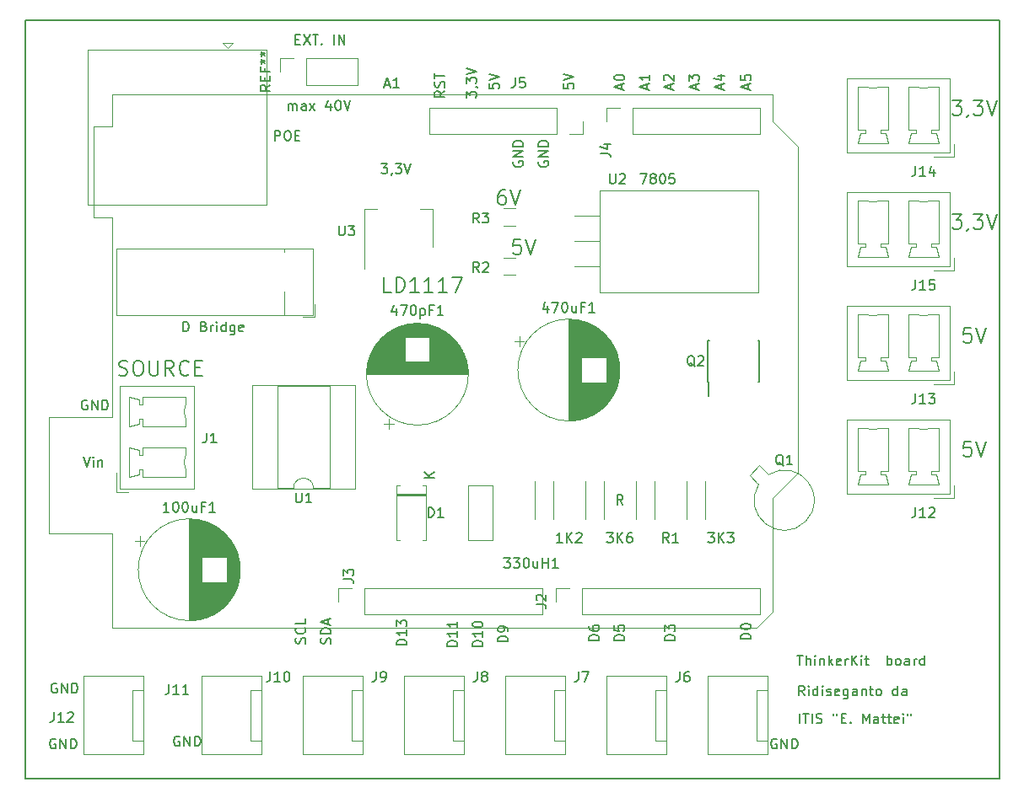
<source format=gbr>
G04 #@! TF.GenerationSoftware,KiCad,Pcbnew,(5.1.2)-1*
G04 #@! TF.CreationDate,2019-05-13T21:13:34+02:00*
G04 #@! TF.ProjectId,braccio shield,62726163-6369-46f2-9073-6869656c642e,rev?*
G04 #@! TF.SameCoordinates,Original*
G04 #@! TF.FileFunction,Legend,Top*
G04 #@! TF.FilePolarity,Positive*
%FSLAX46Y46*%
G04 Gerber Fmt 4.6, Leading zero omitted, Abs format (unit mm)*
G04 Created by KiCad (PCBNEW (5.1.2)-1) date 2019-05-13 21:13:34*
%MOMM*%
%LPD*%
G04 APERTURE LIST*
%ADD10C,0.150000*%
%ADD11C,0.120000*%
G04 APERTURE END LIST*
D10*
X76350761Y-93162285D02*
X76398380Y-93019428D01*
X76398380Y-92781333D01*
X76350761Y-92686095D01*
X76303142Y-92638476D01*
X76207904Y-92590857D01*
X76112666Y-92590857D01*
X76017428Y-92638476D01*
X75969809Y-92686095D01*
X75922190Y-92781333D01*
X75874571Y-92971809D01*
X75826952Y-93067047D01*
X75779333Y-93114666D01*
X75684095Y-93162285D01*
X75588857Y-93162285D01*
X75493619Y-93114666D01*
X75446000Y-93067047D01*
X75398380Y-92971809D01*
X75398380Y-92733714D01*
X75446000Y-92590857D01*
X76398380Y-92162285D02*
X75398380Y-92162285D01*
X75398380Y-91924190D01*
X75446000Y-91781333D01*
X75541238Y-91686095D01*
X75636476Y-91638476D01*
X75826952Y-91590857D01*
X75969809Y-91590857D01*
X76160285Y-91638476D01*
X76255523Y-91686095D01*
X76350761Y-91781333D01*
X76398380Y-91924190D01*
X76398380Y-92162285D01*
X76112666Y-91209904D02*
X76112666Y-90733714D01*
X76398380Y-91305142D02*
X75398380Y-90971809D01*
X76398380Y-90638476D01*
X73810761Y-93138476D02*
X73858380Y-92995619D01*
X73858380Y-92757523D01*
X73810761Y-92662285D01*
X73763142Y-92614666D01*
X73667904Y-92567047D01*
X73572666Y-92567047D01*
X73477428Y-92614666D01*
X73429809Y-92662285D01*
X73382190Y-92757523D01*
X73334571Y-92948000D01*
X73286952Y-93043238D01*
X73239333Y-93090857D01*
X73144095Y-93138476D01*
X73048857Y-93138476D01*
X72953619Y-93090857D01*
X72906000Y-93043238D01*
X72858380Y-92948000D01*
X72858380Y-92709904D01*
X72906000Y-92567047D01*
X73763142Y-91567047D02*
X73810761Y-91614666D01*
X73858380Y-91757523D01*
X73858380Y-91852761D01*
X73810761Y-91995619D01*
X73715523Y-92090857D01*
X73620285Y-92138476D01*
X73429809Y-92186095D01*
X73286952Y-92186095D01*
X73096476Y-92138476D01*
X73001238Y-92090857D01*
X72906000Y-91995619D01*
X72858380Y-91852761D01*
X72858380Y-91757523D01*
X72906000Y-91614666D01*
X72953619Y-91567047D01*
X73858380Y-90662285D02*
X73858380Y-91138476D01*
X72858380Y-91138476D01*
X118562380Y-92686095D02*
X117562380Y-92686095D01*
X117562380Y-92448000D01*
X117610000Y-92305142D01*
X117705238Y-92209904D01*
X117800476Y-92162285D01*
X117990952Y-92114666D01*
X118133809Y-92114666D01*
X118324285Y-92162285D01*
X118419523Y-92209904D01*
X118514761Y-92305142D01*
X118562380Y-92448000D01*
X118562380Y-92686095D01*
X117562380Y-91495619D02*
X117562380Y-91400380D01*
X117610000Y-91305142D01*
X117657619Y-91257523D01*
X117752857Y-91209904D01*
X117943333Y-91162285D01*
X118181428Y-91162285D01*
X118371904Y-91209904D01*
X118467142Y-91257523D01*
X118514761Y-91305142D01*
X118562380Y-91400380D01*
X118562380Y-91495619D01*
X118514761Y-91590857D01*
X118467142Y-91638476D01*
X118371904Y-91686095D01*
X118181428Y-91733714D01*
X117943333Y-91733714D01*
X117752857Y-91686095D01*
X117657619Y-91638476D01*
X117610000Y-91590857D01*
X117562380Y-91495619D01*
X84018380Y-93289285D02*
X83018380Y-93289285D01*
X83018380Y-93051190D01*
X83066000Y-92908333D01*
X83161238Y-92813095D01*
X83256476Y-92765476D01*
X83446952Y-92717857D01*
X83589809Y-92717857D01*
X83780285Y-92765476D01*
X83875523Y-92813095D01*
X83970761Y-92908333D01*
X84018380Y-93051190D01*
X84018380Y-93289285D01*
X84018380Y-91765476D02*
X84018380Y-92336904D01*
X84018380Y-92051190D02*
X83018380Y-92051190D01*
X83161238Y-92146428D01*
X83256476Y-92241666D01*
X83304095Y-92336904D01*
X83018380Y-91432142D02*
X83018380Y-90813095D01*
X83399333Y-91146428D01*
X83399333Y-91003571D01*
X83446952Y-90908333D01*
X83494571Y-90860714D01*
X83589809Y-90813095D01*
X83827904Y-90813095D01*
X83923142Y-90860714D01*
X83970761Y-90908333D01*
X84018380Y-91003571D01*
X84018380Y-91289285D01*
X83970761Y-91384523D01*
X83923142Y-91432142D01*
X97290000Y-44703904D02*
X97242380Y-44799142D01*
X97242380Y-44942000D01*
X97290000Y-45084857D01*
X97385238Y-45180095D01*
X97480476Y-45227714D01*
X97670952Y-45275333D01*
X97813809Y-45275333D01*
X98004285Y-45227714D01*
X98099523Y-45180095D01*
X98194761Y-45084857D01*
X98242380Y-44942000D01*
X98242380Y-44846761D01*
X98194761Y-44703904D01*
X98147142Y-44656285D01*
X97813809Y-44656285D01*
X97813809Y-44846761D01*
X98242380Y-44227714D02*
X97242380Y-44227714D01*
X98242380Y-43656285D01*
X97242380Y-43656285D01*
X98242380Y-43180095D02*
X97242380Y-43180095D01*
X97242380Y-42942000D01*
X97290000Y-42799142D01*
X97385238Y-42703904D01*
X97480476Y-42656285D01*
X97670952Y-42608666D01*
X97813809Y-42608666D01*
X98004285Y-42656285D01*
X98099523Y-42703904D01*
X98194761Y-42799142D01*
X98242380Y-42942000D01*
X98242380Y-43180095D01*
X94750000Y-44703904D02*
X94702380Y-44799142D01*
X94702380Y-44942000D01*
X94750000Y-45084857D01*
X94845238Y-45180095D01*
X94940476Y-45227714D01*
X95130952Y-45275333D01*
X95273809Y-45275333D01*
X95464285Y-45227714D01*
X95559523Y-45180095D01*
X95654761Y-45084857D01*
X95702380Y-44942000D01*
X95702380Y-44846761D01*
X95654761Y-44703904D01*
X95607142Y-44656285D01*
X95273809Y-44656285D01*
X95273809Y-44846761D01*
X95702380Y-44227714D02*
X94702380Y-44227714D01*
X95702380Y-43656285D01*
X94702380Y-43656285D01*
X95702380Y-43180095D02*
X94702380Y-43180095D01*
X94702380Y-42942000D01*
X94750000Y-42799142D01*
X94845238Y-42703904D01*
X94940476Y-42656285D01*
X95130952Y-42608666D01*
X95273809Y-42608666D01*
X95464285Y-42656285D01*
X95559523Y-42703904D01*
X95654761Y-42799142D01*
X95702380Y-42942000D01*
X95702380Y-43180095D01*
X87828380Y-37631619D02*
X87352190Y-37964952D01*
X87828380Y-38203047D02*
X86828380Y-38203047D01*
X86828380Y-37822095D01*
X86876000Y-37726857D01*
X86923619Y-37679238D01*
X87018857Y-37631619D01*
X87161714Y-37631619D01*
X87256952Y-37679238D01*
X87304571Y-37726857D01*
X87352190Y-37822095D01*
X87352190Y-38203047D01*
X87780761Y-37250666D02*
X87828380Y-37107809D01*
X87828380Y-36869714D01*
X87780761Y-36774476D01*
X87733142Y-36726857D01*
X87637904Y-36679238D01*
X87542666Y-36679238D01*
X87447428Y-36726857D01*
X87399809Y-36774476D01*
X87352190Y-36869714D01*
X87304571Y-37060190D01*
X87256952Y-37155428D01*
X87209333Y-37203047D01*
X87114095Y-37250666D01*
X87018857Y-37250666D01*
X86923619Y-37203047D01*
X86876000Y-37155428D01*
X86828380Y-37060190D01*
X86828380Y-36822095D01*
X86876000Y-36679238D01*
X86828380Y-36393523D02*
X86828380Y-35822095D01*
X87828380Y-36107809D02*
X86828380Y-36107809D01*
X90003380Y-38306190D02*
X90003380Y-37687142D01*
X90384333Y-38020476D01*
X90384333Y-37877619D01*
X90431952Y-37782380D01*
X90479571Y-37734761D01*
X90574809Y-37687142D01*
X90812904Y-37687142D01*
X90908142Y-37734761D01*
X90955761Y-37782380D01*
X91003380Y-37877619D01*
X91003380Y-38163333D01*
X90955761Y-38258571D01*
X90908142Y-38306190D01*
X90955761Y-37210952D02*
X91003380Y-37210952D01*
X91098619Y-37258571D01*
X91146238Y-37306190D01*
X90003380Y-36877619D02*
X90003380Y-36258571D01*
X90384333Y-36591904D01*
X90384333Y-36449047D01*
X90431952Y-36353809D01*
X90479571Y-36306190D01*
X90574809Y-36258571D01*
X90812904Y-36258571D01*
X90908142Y-36306190D01*
X90955761Y-36353809D01*
X91003380Y-36449047D01*
X91003380Y-36734761D01*
X90955761Y-36830000D01*
X90908142Y-36877619D01*
X90003380Y-35972857D02*
X91003380Y-35639523D01*
X90003380Y-35306190D01*
X92289380Y-36893476D02*
X92289380Y-37369666D01*
X92765571Y-37417285D01*
X92717952Y-37369666D01*
X92670333Y-37274428D01*
X92670333Y-37036333D01*
X92717952Y-36941095D01*
X92765571Y-36893476D01*
X92860809Y-36845857D01*
X93098904Y-36845857D01*
X93194142Y-36893476D01*
X93241761Y-36941095D01*
X93289380Y-37036333D01*
X93289380Y-37274428D01*
X93241761Y-37369666D01*
X93194142Y-37417285D01*
X92289380Y-36560142D02*
X93289380Y-36226809D01*
X92289380Y-35893476D01*
X99782380Y-36893476D02*
X99782380Y-37369666D01*
X100258571Y-37417285D01*
X100210952Y-37369666D01*
X100163333Y-37274428D01*
X100163333Y-37036333D01*
X100210952Y-36941095D01*
X100258571Y-36893476D01*
X100353809Y-36845857D01*
X100591904Y-36845857D01*
X100687142Y-36893476D01*
X100734761Y-36941095D01*
X100782380Y-37036333D01*
X100782380Y-37274428D01*
X100734761Y-37369666D01*
X100687142Y-37417285D01*
X99782380Y-36560142D02*
X100782380Y-36226809D01*
X99782380Y-35893476D01*
X121158095Y-102751000D02*
X121062857Y-102703380D01*
X120920000Y-102703380D01*
X120777142Y-102751000D01*
X120681904Y-102846238D01*
X120634285Y-102941476D01*
X120586666Y-103131952D01*
X120586666Y-103274809D01*
X120634285Y-103465285D01*
X120681904Y-103560523D01*
X120777142Y-103655761D01*
X120920000Y-103703380D01*
X121015238Y-103703380D01*
X121158095Y-103655761D01*
X121205714Y-103608142D01*
X121205714Y-103274809D01*
X121015238Y-103274809D01*
X121634285Y-103703380D02*
X121634285Y-102703380D01*
X122205714Y-103703380D01*
X122205714Y-102703380D01*
X122681904Y-103703380D02*
X122681904Y-102703380D01*
X122920000Y-102703380D01*
X123062857Y-102751000D01*
X123158095Y-102846238D01*
X123205714Y-102941476D01*
X123253333Y-103131952D01*
X123253333Y-103274809D01*
X123205714Y-103465285D01*
X123158095Y-103560523D01*
X123062857Y-103655761D01*
X122920000Y-103703380D01*
X122681904Y-103703380D01*
X61214095Y-102497000D02*
X61118857Y-102449380D01*
X60976000Y-102449380D01*
X60833142Y-102497000D01*
X60737904Y-102592238D01*
X60690285Y-102687476D01*
X60642666Y-102877952D01*
X60642666Y-103020809D01*
X60690285Y-103211285D01*
X60737904Y-103306523D01*
X60833142Y-103401761D01*
X60976000Y-103449380D01*
X61071238Y-103449380D01*
X61214095Y-103401761D01*
X61261714Y-103354142D01*
X61261714Y-103020809D01*
X61071238Y-103020809D01*
X61690285Y-103449380D02*
X61690285Y-102449380D01*
X62261714Y-103449380D01*
X62261714Y-102449380D01*
X62737904Y-103449380D02*
X62737904Y-102449380D01*
X62976000Y-102449380D01*
X63118857Y-102497000D01*
X63214095Y-102592238D01*
X63261714Y-102687476D01*
X63309333Y-102877952D01*
X63309333Y-103020809D01*
X63261714Y-103211285D01*
X63214095Y-103306523D01*
X63118857Y-103401761D01*
X62976000Y-103449380D01*
X62737904Y-103449380D01*
X110942380Y-92813095D02*
X109942380Y-92813095D01*
X109942380Y-92575000D01*
X109990000Y-92432142D01*
X110085238Y-92336904D01*
X110180476Y-92289285D01*
X110370952Y-92241666D01*
X110513809Y-92241666D01*
X110704285Y-92289285D01*
X110799523Y-92336904D01*
X110894761Y-92432142D01*
X110942380Y-92575000D01*
X110942380Y-92813095D01*
X109942380Y-91908333D02*
X109942380Y-91289285D01*
X110323333Y-91622619D01*
X110323333Y-91479761D01*
X110370952Y-91384523D01*
X110418571Y-91336904D01*
X110513809Y-91289285D01*
X110751904Y-91289285D01*
X110847142Y-91336904D01*
X110894761Y-91384523D01*
X110942380Y-91479761D01*
X110942380Y-91765476D01*
X110894761Y-91860714D01*
X110847142Y-91908333D01*
X105862380Y-92813095D02*
X104862380Y-92813095D01*
X104862380Y-92575000D01*
X104910000Y-92432142D01*
X105005238Y-92336904D01*
X105100476Y-92289285D01*
X105290952Y-92241666D01*
X105433809Y-92241666D01*
X105624285Y-92289285D01*
X105719523Y-92336904D01*
X105814761Y-92432142D01*
X105862380Y-92575000D01*
X105862380Y-92813095D01*
X104862380Y-91336904D02*
X104862380Y-91813095D01*
X105338571Y-91860714D01*
X105290952Y-91813095D01*
X105243333Y-91717857D01*
X105243333Y-91479761D01*
X105290952Y-91384523D01*
X105338571Y-91336904D01*
X105433809Y-91289285D01*
X105671904Y-91289285D01*
X105767142Y-91336904D01*
X105814761Y-91384523D01*
X105862380Y-91479761D01*
X105862380Y-91717857D01*
X105814761Y-91813095D01*
X105767142Y-91860714D01*
X103322380Y-92813095D02*
X102322380Y-92813095D01*
X102322380Y-92575000D01*
X102370000Y-92432142D01*
X102465238Y-92336904D01*
X102560476Y-92289285D01*
X102750952Y-92241666D01*
X102893809Y-92241666D01*
X103084285Y-92289285D01*
X103179523Y-92336904D01*
X103274761Y-92432142D01*
X103322380Y-92575000D01*
X103322380Y-92813095D01*
X102322380Y-91384523D02*
X102322380Y-91575000D01*
X102370000Y-91670238D01*
X102417619Y-91717857D01*
X102560476Y-91813095D01*
X102750952Y-91860714D01*
X103131904Y-91860714D01*
X103227142Y-91813095D01*
X103274761Y-91765476D01*
X103322380Y-91670238D01*
X103322380Y-91479761D01*
X103274761Y-91384523D01*
X103227142Y-91336904D01*
X103131904Y-91289285D01*
X102893809Y-91289285D01*
X102798571Y-91336904D01*
X102750952Y-91384523D01*
X102703333Y-91479761D01*
X102703333Y-91670238D01*
X102750952Y-91765476D01*
X102798571Y-91813095D01*
X102893809Y-91860714D01*
X94178380Y-92940095D02*
X93178380Y-92940095D01*
X93178380Y-92702000D01*
X93226000Y-92559142D01*
X93321238Y-92463904D01*
X93416476Y-92416285D01*
X93606952Y-92368666D01*
X93749809Y-92368666D01*
X93940285Y-92416285D01*
X94035523Y-92463904D01*
X94130761Y-92559142D01*
X94178380Y-92702000D01*
X94178380Y-92940095D01*
X94178380Y-91892476D02*
X94178380Y-91702000D01*
X94130761Y-91606761D01*
X94083142Y-91559142D01*
X93940285Y-91463904D01*
X93749809Y-91416285D01*
X93368857Y-91416285D01*
X93273619Y-91463904D01*
X93226000Y-91511523D01*
X93178380Y-91606761D01*
X93178380Y-91797238D01*
X93226000Y-91892476D01*
X93273619Y-91940095D01*
X93368857Y-91987714D01*
X93606952Y-91987714D01*
X93702190Y-91940095D01*
X93749809Y-91892476D01*
X93797428Y-91797238D01*
X93797428Y-91606761D01*
X93749809Y-91511523D01*
X93702190Y-91463904D01*
X93606952Y-91416285D01*
X91638380Y-93416285D02*
X90638380Y-93416285D01*
X90638380Y-93178190D01*
X90686000Y-93035333D01*
X90781238Y-92940095D01*
X90876476Y-92892476D01*
X91066952Y-92844857D01*
X91209809Y-92844857D01*
X91400285Y-92892476D01*
X91495523Y-92940095D01*
X91590761Y-93035333D01*
X91638380Y-93178190D01*
X91638380Y-93416285D01*
X91638380Y-91892476D02*
X91638380Y-92463904D01*
X91638380Y-92178190D02*
X90638380Y-92178190D01*
X90781238Y-92273428D01*
X90876476Y-92368666D01*
X90924095Y-92463904D01*
X90638380Y-91273428D02*
X90638380Y-91178190D01*
X90686000Y-91082952D01*
X90733619Y-91035333D01*
X90828857Y-90987714D01*
X91019333Y-90940095D01*
X91257428Y-90940095D01*
X91447904Y-90987714D01*
X91543142Y-91035333D01*
X91590761Y-91082952D01*
X91638380Y-91178190D01*
X91638380Y-91273428D01*
X91590761Y-91368666D01*
X91543142Y-91416285D01*
X91447904Y-91463904D01*
X91257428Y-91511523D01*
X91019333Y-91511523D01*
X90828857Y-91463904D01*
X90733619Y-91416285D01*
X90686000Y-91368666D01*
X90638380Y-91273428D01*
X89098380Y-93416285D02*
X88098380Y-93416285D01*
X88098380Y-93178190D01*
X88146000Y-93035333D01*
X88241238Y-92940095D01*
X88336476Y-92892476D01*
X88526952Y-92844857D01*
X88669809Y-92844857D01*
X88860285Y-92892476D01*
X88955523Y-92940095D01*
X89050761Y-93035333D01*
X89098380Y-93178190D01*
X89098380Y-93416285D01*
X89098380Y-91892476D02*
X89098380Y-92463904D01*
X89098380Y-92178190D02*
X88098380Y-92178190D01*
X88241238Y-92273428D01*
X88336476Y-92368666D01*
X88384095Y-92463904D01*
X89098380Y-90940095D02*
X89098380Y-91511523D01*
X89098380Y-91225809D02*
X88098380Y-91225809D01*
X88241238Y-91321047D01*
X88336476Y-91416285D01*
X88384095Y-91511523D01*
X107458095Y-45934380D02*
X108124761Y-45934380D01*
X107696190Y-46934380D01*
X108648571Y-46362952D02*
X108553333Y-46315333D01*
X108505714Y-46267714D01*
X108458095Y-46172476D01*
X108458095Y-46124857D01*
X108505714Y-46029619D01*
X108553333Y-45982000D01*
X108648571Y-45934380D01*
X108839047Y-45934380D01*
X108934285Y-45982000D01*
X108981904Y-46029619D01*
X109029523Y-46124857D01*
X109029523Y-46172476D01*
X108981904Y-46267714D01*
X108934285Y-46315333D01*
X108839047Y-46362952D01*
X108648571Y-46362952D01*
X108553333Y-46410571D01*
X108505714Y-46458190D01*
X108458095Y-46553428D01*
X108458095Y-46743904D01*
X108505714Y-46839142D01*
X108553333Y-46886761D01*
X108648571Y-46934380D01*
X108839047Y-46934380D01*
X108934285Y-46886761D01*
X108981904Y-46839142D01*
X109029523Y-46743904D01*
X109029523Y-46553428D01*
X108981904Y-46458190D01*
X108934285Y-46410571D01*
X108839047Y-46362952D01*
X109648571Y-45934380D02*
X109743809Y-45934380D01*
X109839047Y-45982000D01*
X109886666Y-46029619D01*
X109934285Y-46124857D01*
X109981904Y-46315333D01*
X109981904Y-46553428D01*
X109934285Y-46743904D01*
X109886666Y-46839142D01*
X109839047Y-46886761D01*
X109743809Y-46934380D01*
X109648571Y-46934380D01*
X109553333Y-46886761D01*
X109505714Y-46839142D01*
X109458095Y-46743904D01*
X109410476Y-46553428D01*
X109410476Y-46315333D01*
X109458095Y-46124857D01*
X109505714Y-46029619D01*
X109553333Y-45982000D01*
X109648571Y-45934380D01*
X110886666Y-45934380D02*
X110410476Y-45934380D01*
X110362857Y-46410571D01*
X110410476Y-46362952D01*
X110505714Y-46315333D01*
X110743809Y-46315333D01*
X110839047Y-46362952D01*
X110886666Y-46410571D01*
X110934285Y-46505809D01*
X110934285Y-46743904D01*
X110886666Y-46839142D01*
X110839047Y-46886761D01*
X110743809Y-46934380D01*
X110505714Y-46934380D01*
X110410476Y-46886761D01*
X110362857Y-46839142D01*
X51554190Y-74382380D02*
X51887523Y-75382380D01*
X52220857Y-74382380D01*
X52554190Y-75382380D02*
X52554190Y-74715714D01*
X52554190Y-74382380D02*
X52506571Y-74430000D01*
X52554190Y-74477619D01*
X52601809Y-74430000D01*
X52554190Y-74382380D01*
X52554190Y-74477619D01*
X53030380Y-74715714D02*
X53030380Y-75382380D01*
X53030380Y-74810952D02*
X53078000Y-74763333D01*
X53173238Y-74715714D01*
X53316095Y-74715714D01*
X53411333Y-74763333D01*
X53458952Y-74858571D01*
X53458952Y-75382380D01*
X51943095Y-68715000D02*
X51847857Y-68667380D01*
X51705000Y-68667380D01*
X51562142Y-68715000D01*
X51466904Y-68810238D01*
X51419285Y-68905476D01*
X51371666Y-69095952D01*
X51371666Y-69238809D01*
X51419285Y-69429285D01*
X51466904Y-69524523D01*
X51562142Y-69619761D01*
X51705000Y-69667380D01*
X51800238Y-69667380D01*
X51943095Y-69619761D01*
X51990714Y-69572142D01*
X51990714Y-69238809D01*
X51800238Y-69238809D01*
X52419285Y-69667380D02*
X52419285Y-68667380D01*
X52990714Y-69667380D01*
X52990714Y-68667380D01*
X53466904Y-69667380D02*
X53466904Y-68667380D01*
X53705000Y-68667380D01*
X53847857Y-68715000D01*
X53943095Y-68810238D01*
X53990714Y-68905476D01*
X54038333Y-69095952D01*
X54038333Y-69238809D01*
X53990714Y-69429285D01*
X53943095Y-69524523D01*
X53847857Y-69619761D01*
X53705000Y-69667380D01*
X53466904Y-69667380D01*
X48895095Y-97163000D02*
X48799857Y-97115380D01*
X48657000Y-97115380D01*
X48514142Y-97163000D01*
X48418904Y-97258238D01*
X48371285Y-97353476D01*
X48323666Y-97543952D01*
X48323666Y-97686809D01*
X48371285Y-97877285D01*
X48418904Y-97972523D01*
X48514142Y-98067761D01*
X48657000Y-98115380D01*
X48752238Y-98115380D01*
X48895095Y-98067761D01*
X48942714Y-98020142D01*
X48942714Y-97686809D01*
X48752238Y-97686809D01*
X49371285Y-98115380D02*
X49371285Y-97115380D01*
X49942714Y-98115380D01*
X49942714Y-97115380D01*
X50418904Y-98115380D02*
X50418904Y-97115380D01*
X50657000Y-97115380D01*
X50799857Y-97163000D01*
X50895095Y-97258238D01*
X50942714Y-97353476D01*
X50990333Y-97543952D01*
X50990333Y-97686809D01*
X50942714Y-97877285D01*
X50895095Y-97972523D01*
X50799857Y-98067761D01*
X50657000Y-98115380D01*
X50418904Y-98115380D01*
X48768095Y-102751000D02*
X48672857Y-102703380D01*
X48530000Y-102703380D01*
X48387142Y-102751000D01*
X48291904Y-102846238D01*
X48244285Y-102941476D01*
X48196666Y-103131952D01*
X48196666Y-103274809D01*
X48244285Y-103465285D01*
X48291904Y-103560523D01*
X48387142Y-103655761D01*
X48530000Y-103703380D01*
X48625238Y-103703380D01*
X48768095Y-103655761D01*
X48815714Y-103608142D01*
X48815714Y-103274809D01*
X48625238Y-103274809D01*
X49244285Y-103703380D02*
X49244285Y-102703380D01*
X49815714Y-103703380D01*
X49815714Y-102703380D01*
X50291904Y-103703380D02*
X50291904Y-102703380D01*
X50530000Y-102703380D01*
X50672857Y-102751000D01*
X50768095Y-102846238D01*
X50815714Y-102941476D01*
X50863333Y-103131952D01*
X50863333Y-103274809D01*
X50815714Y-103465285D01*
X50768095Y-103560523D01*
X50672857Y-103655761D01*
X50530000Y-103703380D01*
X50291904Y-103703380D01*
X118276666Y-37417285D02*
X118276666Y-36941095D01*
X118562380Y-37512523D02*
X117562380Y-37179190D01*
X118562380Y-36845857D01*
X117562380Y-36036333D02*
X117562380Y-36512523D01*
X118038571Y-36560142D01*
X117990952Y-36512523D01*
X117943333Y-36417285D01*
X117943333Y-36179190D01*
X117990952Y-36083952D01*
X118038571Y-36036333D01*
X118133809Y-35988714D01*
X118371904Y-35988714D01*
X118467142Y-36036333D01*
X118514761Y-36083952D01*
X118562380Y-36179190D01*
X118562380Y-36417285D01*
X118514761Y-36512523D01*
X118467142Y-36560142D01*
X115609666Y-37417285D02*
X115609666Y-36941095D01*
X115895380Y-37512523D02*
X114895380Y-37179190D01*
X115895380Y-36845857D01*
X115228714Y-36083952D02*
X115895380Y-36083952D01*
X114847761Y-36322047D02*
X115562047Y-36560142D01*
X115562047Y-35941095D01*
X113069666Y-37417285D02*
X113069666Y-36941095D01*
X113355380Y-37512523D02*
X112355380Y-37179190D01*
X113355380Y-36845857D01*
X112355380Y-36607761D02*
X112355380Y-35988714D01*
X112736333Y-36322047D01*
X112736333Y-36179190D01*
X112783952Y-36083952D01*
X112831571Y-36036333D01*
X112926809Y-35988714D01*
X113164904Y-35988714D01*
X113260142Y-36036333D01*
X113307761Y-36083952D01*
X113355380Y-36179190D01*
X113355380Y-36464904D01*
X113307761Y-36560142D01*
X113260142Y-36607761D01*
X110529666Y-37417285D02*
X110529666Y-36941095D01*
X110815380Y-37512523D02*
X109815380Y-37179190D01*
X110815380Y-36845857D01*
X109910619Y-36560142D02*
X109863000Y-36512523D01*
X109815380Y-36417285D01*
X109815380Y-36179190D01*
X109863000Y-36083952D01*
X109910619Y-36036333D01*
X110005857Y-35988714D01*
X110101095Y-35988714D01*
X110243952Y-36036333D01*
X110815380Y-36607761D01*
X110815380Y-35988714D01*
X108116666Y-37417285D02*
X108116666Y-36941095D01*
X108402380Y-37512523D02*
X107402380Y-37179190D01*
X108402380Y-36845857D01*
X108402380Y-35988714D02*
X108402380Y-36560142D01*
X108402380Y-36274428D02*
X107402380Y-36274428D01*
X107545238Y-36369666D01*
X107640476Y-36464904D01*
X107688095Y-36560142D01*
X105576666Y-37417285D02*
X105576666Y-36941095D01*
X105862380Y-37512523D02*
X104862380Y-37179190D01*
X105862380Y-36845857D01*
X104862380Y-36322047D02*
X104862380Y-36226809D01*
X104910000Y-36131571D01*
X104957619Y-36083952D01*
X105052857Y-36036333D01*
X105243333Y-35988714D01*
X105481428Y-35988714D01*
X105671904Y-36036333D01*
X105767142Y-36083952D01*
X105814761Y-36131571D01*
X105862380Y-36226809D01*
X105862380Y-36322047D01*
X105814761Y-36417285D01*
X105767142Y-36464904D01*
X105671904Y-36512523D01*
X105481428Y-36560142D01*
X105243333Y-36560142D01*
X105052857Y-36512523D01*
X104957619Y-36464904D01*
X104910000Y-36417285D01*
X104862380Y-36322047D01*
X123944714Y-98369380D02*
X123611380Y-97893190D01*
X123373285Y-98369380D02*
X123373285Y-97369380D01*
X123754238Y-97369380D01*
X123849476Y-97417000D01*
X123897095Y-97464619D01*
X123944714Y-97559857D01*
X123944714Y-97702714D01*
X123897095Y-97797952D01*
X123849476Y-97845571D01*
X123754238Y-97893190D01*
X123373285Y-97893190D01*
X124373285Y-98369380D02*
X124373285Y-97702714D01*
X124373285Y-97369380D02*
X124325666Y-97417000D01*
X124373285Y-97464619D01*
X124420904Y-97417000D01*
X124373285Y-97369380D01*
X124373285Y-97464619D01*
X125278047Y-98369380D02*
X125278047Y-97369380D01*
X125278047Y-98321761D02*
X125182809Y-98369380D01*
X124992333Y-98369380D01*
X124897095Y-98321761D01*
X124849476Y-98274142D01*
X124801857Y-98178904D01*
X124801857Y-97893190D01*
X124849476Y-97797952D01*
X124897095Y-97750333D01*
X124992333Y-97702714D01*
X125182809Y-97702714D01*
X125278047Y-97750333D01*
X125754238Y-98369380D02*
X125754238Y-97702714D01*
X125754238Y-97369380D02*
X125706619Y-97417000D01*
X125754238Y-97464619D01*
X125801857Y-97417000D01*
X125754238Y-97369380D01*
X125754238Y-97464619D01*
X126182809Y-98321761D02*
X126278047Y-98369380D01*
X126468523Y-98369380D01*
X126563761Y-98321761D01*
X126611380Y-98226523D01*
X126611380Y-98178904D01*
X126563761Y-98083666D01*
X126468523Y-98036047D01*
X126325666Y-98036047D01*
X126230428Y-97988428D01*
X126182809Y-97893190D01*
X126182809Y-97845571D01*
X126230428Y-97750333D01*
X126325666Y-97702714D01*
X126468523Y-97702714D01*
X126563761Y-97750333D01*
X127420904Y-98321761D02*
X127325666Y-98369380D01*
X127135190Y-98369380D01*
X127039952Y-98321761D01*
X126992333Y-98226523D01*
X126992333Y-97845571D01*
X127039952Y-97750333D01*
X127135190Y-97702714D01*
X127325666Y-97702714D01*
X127420904Y-97750333D01*
X127468523Y-97845571D01*
X127468523Y-97940809D01*
X126992333Y-98036047D01*
X128325666Y-97702714D02*
X128325666Y-98512238D01*
X128278047Y-98607476D01*
X128230428Y-98655095D01*
X128135190Y-98702714D01*
X127992333Y-98702714D01*
X127897095Y-98655095D01*
X128325666Y-98321761D02*
X128230428Y-98369380D01*
X128039952Y-98369380D01*
X127944714Y-98321761D01*
X127897095Y-98274142D01*
X127849476Y-98178904D01*
X127849476Y-97893190D01*
X127897095Y-97797952D01*
X127944714Y-97750333D01*
X128039952Y-97702714D01*
X128230428Y-97702714D01*
X128325666Y-97750333D01*
X129230428Y-98369380D02*
X129230428Y-97845571D01*
X129182809Y-97750333D01*
X129087571Y-97702714D01*
X128897095Y-97702714D01*
X128801857Y-97750333D01*
X129230428Y-98321761D02*
X129135190Y-98369380D01*
X128897095Y-98369380D01*
X128801857Y-98321761D01*
X128754238Y-98226523D01*
X128754238Y-98131285D01*
X128801857Y-98036047D01*
X128897095Y-97988428D01*
X129135190Y-97988428D01*
X129230428Y-97940809D01*
X129706619Y-97702714D02*
X129706619Y-98369380D01*
X129706619Y-97797952D02*
X129754238Y-97750333D01*
X129849476Y-97702714D01*
X129992333Y-97702714D01*
X130087571Y-97750333D01*
X130135190Y-97845571D01*
X130135190Y-98369380D01*
X130468523Y-97702714D02*
X130849476Y-97702714D01*
X130611380Y-97369380D02*
X130611380Y-98226523D01*
X130659000Y-98321761D01*
X130754238Y-98369380D01*
X130849476Y-98369380D01*
X131325666Y-98369380D02*
X131230428Y-98321761D01*
X131182809Y-98274142D01*
X131135190Y-98178904D01*
X131135190Y-97893190D01*
X131182809Y-97797952D01*
X131230428Y-97750333D01*
X131325666Y-97702714D01*
X131468523Y-97702714D01*
X131563761Y-97750333D01*
X131611380Y-97797952D01*
X131659000Y-97893190D01*
X131659000Y-98178904D01*
X131611380Y-98274142D01*
X131563761Y-98321761D01*
X131468523Y-98369380D01*
X131325666Y-98369380D01*
X133278047Y-98369380D02*
X133278047Y-97369380D01*
X133278047Y-98321761D02*
X133182809Y-98369380D01*
X132992333Y-98369380D01*
X132897095Y-98321761D01*
X132849476Y-98274142D01*
X132801857Y-98178904D01*
X132801857Y-97893190D01*
X132849476Y-97797952D01*
X132897095Y-97750333D01*
X132992333Y-97702714D01*
X133182809Y-97702714D01*
X133278047Y-97750333D01*
X134182809Y-98369380D02*
X134182809Y-97845571D01*
X134135190Y-97750333D01*
X134039952Y-97702714D01*
X133849476Y-97702714D01*
X133754238Y-97750333D01*
X134182809Y-98321761D02*
X134087571Y-98369380D01*
X133849476Y-98369380D01*
X133754238Y-98321761D01*
X133706619Y-98226523D01*
X133706619Y-98131285D01*
X133754238Y-98036047D01*
X133849476Y-97988428D01*
X134087571Y-97988428D01*
X134182809Y-97940809D01*
X123190809Y-94321380D02*
X123762238Y-94321380D01*
X123476523Y-95321380D02*
X123476523Y-94321380D01*
X124095571Y-95321380D02*
X124095571Y-94321380D01*
X124524142Y-95321380D02*
X124524142Y-94797571D01*
X124476523Y-94702333D01*
X124381285Y-94654714D01*
X124238428Y-94654714D01*
X124143190Y-94702333D01*
X124095571Y-94749952D01*
X125000333Y-95321380D02*
X125000333Y-94654714D01*
X125000333Y-94321380D02*
X124952714Y-94369000D01*
X125000333Y-94416619D01*
X125047952Y-94369000D01*
X125000333Y-94321380D01*
X125000333Y-94416619D01*
X125476523Y-94654714D02*
X125476523Y-95321380D01*
X125476523Y-94749952D02*
X125524142Y-94702333D01*
X125619380Y-94654714D01*
X125762238Y-94654714D01*
X125857476Y-94702333D01*
X125905095Y-94797571D01*
X125905095Y-95321380D01*
X126381285Y-95321380D02*
X126381285Y-94321380D01*
X126476523Y-94940428D02*
X126762238Y-95321380D01*
X126762238Y-94654714D02*
X126381285Y-95035666D01*
X127571761Y-95273761D02*
X127476523Y-95321380D01*
X127286047Y-95321380D01*
X127190809Y-95273761D01*
X127143190Y-95178523D01*
X127143190Y-94797571D01*
X127190809Y-94702333D01*
X127286047Y-94654714D01*
X127476523Y-94654714D01*
X127571761Y-94702333D01*
X127619380Y-94797571D01*
X127619380Y-94892809D01*
X127143190Y-94988047D01*
X128047952Y-95321380D02*
X128047952Y-94654714D01*
X128047952Y-94845190D02*
X128095571Y-94749952D01*
X128143190Y-94702333D01*
X128238428Y-94654714D01*
X128333666Y-94654714D01*
X128667000Y-95321380D02*
X128667000Y-94321380D01*
X129238428Y-95321380D02*
X128809857Y-94749952D01*
X129238428Y-94321380D02*
X128667000Y-94892809D01*
X129667000Y-95321380D02*
X129667000Y-94654714D01*
X129667000Y-94321380D02*
X129619380Y-94369000D01*
X129667000Y-94416619D01*
X129714619Y-94369000D01*
X129667000Y-94321380D01*
X129667000Y-94416619D01*
X130000333Y-94654714D02*
X130381285Y-94654714D01*
X130143190Y-94321380D02*
X130143190Y-95178523D01*
X130190809Y-95273761D01*
X130286047Y-95321380D01*
X130381285Y-95321380D01*
X132238428Y-95321380D02*
X132238428Y-94321380D01*
X132238428Y-94702333D02*
X132333666Y-94654714D01*
X132524142Y-94654714D01*
X132619380Y-94702333D01*
X132667000Y-94749952D01*
X132714619Y-94845190D01*
X132714619Y-95130904D01*
X132667000Y-95226142D01*
X132619380Y-95273761D01*
X132524142Y-95321380D01*
X132333666Y-95321380D01*
X132238428Y-95273761D01*
X133286047Y-95321380D02*
X133190809Y-95273761D01*
X133143190Y-95226142D01*
X133095571Y-95130904D01*
X133095571Y-94845190D01*
X133143190Y-94749952D01*
X133190809Y-94702333D01*
X133286047Y-94654714D01*
X133428904Y-94654714D01*
X133524142Y-94702333D01*
X133571761Y-94749952D01*
X133619380Y-94845190D01*
X133619380Y-95130904D01*
X133571761Y-95226142D01*
X133524142Y-95273761D01*
X133428904Y-95321380D01*
X133286047Y-95321380D01*
X134476523Y-95321380D02*
X134476523Y-94797571D01*
X134428904Y-94702333D01*
X134333666Y-94654714D01*
X134143190Y-94654714D01*
X134047952Y-94702333D01*
X134476523Y-95273761D02*
X134381285Y-95321380D01*
X134143190Y-95321380D01*
X134047952Y-95273761D01*
X134000333Y-95178523D01*
X134000333Y-95083285D01*
X134047952Y-94988047D01*
X134143190Y-94940428D01*
X134381285Y-94940428D01*
X134476523Y-94892809D01*
X134952714Y-95321380D02*
X134952714Y-94654714D01*
X134952714Y-94845190D02*
X135000333Y-94749952D01*
X135047952Y-94702333D01*
X135143190Y-94654714D01*
X135238428Y-94654714D01*
X136000333Y-95321380D02*
X136000333Y-94321380D01*
X136000333Y-95273761D02*
X135905095Y-95321380D01*
X135714619Y-95321380D01*
X135619380Y-95273761D01*
X135571761Y-95226142D01*
X135524142Y-95130904D01*
X135524142Y-94845190D01*
X135571761Y-94749952D01*
X135619380Y-94702333D01*
X135714619Y-94654714D01*
X135905095Y-94654714D01*
X136000333Y-94702333D01*
X123460571Y-101163380D02*
X123460571Y-100163380D01*
X123793904Y-100163380D02*
X124365333Y-100163380D01*
X124079619Y-101163380D02*
X124079619Y-100163380D01*
X124698666Y-101163380D02*
X124698666Y-100163380D01*
X125127238Y-101115761D02*
X125270095Y-101163380D01*
X125508190Y-101163380D01*
X125603428Y-101115761D01*
X125651047Y-101068142D01*
X125698666Y-100972904D01*
X125698666Y-100877666D01*
X125651047Y-100782428D01*
X125603428Y-100734809D01*
X125508190Y-100687190D01*
X125317714Y-100639571D01*
X125222476Y-100591952D01*
X125174857Y-100544333D01*
X125127238Y-100449095D01*
X125127238Y-100353857D01*
X125174857Y-100258619D01*
X125222476Y-100211000D01*
X125317714Y-100163380D01*
X125555809Y-100163380D01*
X125698666Y-100211000D01*
X126841523Y-100163380D02*
X126841523Y-100353857D01*
X127222476Y-100163380D02*
X127222476Y-100353857D01*
X127651047Y-100639571D02*
X127984380Y-100639571D01*
X128127238Y-101163380D02*
X127651047Y-101163380D01*
X127651047Y-100163380D01*
X128127238Y-100163380D01*
X128555809Y-101068142D02*
X128603428Y-101115761D01*
X128555809Y-101163380D01*
X128508190Y-101115761D01*
X128555809Y-101068142D01*
X128555809Y-101163380D01*
X129793904Y-101163380D02*
X129793904Y-100163380D01*
X130127238Y-100877666D01*
X130460571Y-100163380D01*
X130460571Y-101163380D01*
X131365333Y-101163380D02*
X131365333Y-100639571D01*
X131317714Y-100544333D01*
X131222476Y-100496714D01*
X131032000Y-100496714D01*
X130936761Y-100544333D01*
X131365333Y-101115761D02*
X131270095Y-101163380D01*
X131032000Y-101163380D01*
X130936761Y-101115761D01*
X130889142Y-101020523D01*
X130889142Y-100925285D01*
X130936761Y-100830047D01*
X131032000Y-100782428D01*
X131270095Y-100782428D01*
X131365333Y-100734809D01*
X131698666Y-100496714D02*
X132079619Y-100496714D01*
X131841523Y-100163380D02*
X131841523Y-101020523D01*
X131889142Y-101115761D01*
X131984380Y-101163380D01*
X132079619Y-101163380D01*
X132270095Y-100496714D02*
X132651047Y-100496714D01*
X132412952Y-100163380D02*
X132412952Y-101020523D01*
X132460571Y-101115761D01*
X132555809Y-101163380D01*
X132651047Y-101163380D01*
X133365333Y-101115761D02*
X133270095Y-101163380D01*
X133079619Y-101163380D01*
X132984380Y-101115761D01*
X132936761Y-101020523D01*
X132936761Y-100639571D01*
X132984380Y-100544333D01*
X133079619Y-100496714D01*
X133270095Y-100496714D01*
X133365333Y-100544333D01*
X133412952Y-100639571D01*
X133412952Y-100734809D01*
X132936761Y-100830047D01*
X133841523Y-101163380D02*
X133841523Y-100496714D01*
X133841523Y-100163380D02*
X133793904Y-100211000D01*
X133841523Y-100258619D01*
X133889142Y-100211000D01*
X133841523Y-100163380D01*
X133841523Y-100258619D01*
X134270095Y-100163380D02*
X134270095Y-100353857D01*
X134651047Y-100163380D02*
X134651047Y-100353857D01*
X81454809Y-44918380D02*
X82073857Y-44918380D01*
X81740523Y-45299333D01*
X81883380Y-45299333D01*
X81978619Y-45346952D01*
X82026238Y-45394571D01*
X82073857Y-45489809D01*
X82073857Y-45727904D01*
X82026238Y-45823142D01*
X81978619Y-45870761D01*
X81883380Y-45918380D01*
X81597666Y-45918380D01*
X81502428Y-45870761D01*
X81454809Y-45823142D01*
X82550047Y-45870761D02*
X82550047Y-45918380D01*
X82502428Y-46013619D01*
X82454809Y-46061238D01*
X82883380Y-44918380D02*
X83502428Y-44918380D01*
X83169095Y-45299333D01*
X83311952Y-45299333D01*
X83407190Y-45346952D01*
X83454809Y-45394571D01*
X83502428Y-45489809D01*
X83502428Y-45727904D01*
X83454809Y-45823142D01*
X83407190Y-45870761D01*
X83311952Y-45918380D01*
X83026238Y-45918380D01*
X82931000Y-45870761D01*
X82883380Y-45823142D01*
X83788142Y-44918380D02*
X84121476Y-45918380D01*
X84454809Y-44918380D01*
X72136380Y-39568380D02*
X72136380Y-38901714D01*
X72136380Y-38996952D02*
X72184000Y-38949333D01*
X72279238Y-38901714D01*
X72422095Y-38901714D01*
X72517333Y-38949333D01*
X72564952Y-39044571D01*
X72564952Y-39568380D01*
X72564952Y-39044571D02*
X72612571Y-38949333D01*
X72707809Y-38901714D01*
X72850666Y-38901714D01*
X72945904Y-38949333D01*
X72993523Y-39044571D01*
X72993523Y-39568380D01*
X73898285Y-39568380D02*
X73898285Y-39044571D01*
X73850666Y-38949333D01*
X73755428Y-38901714D01*
X73564952Y-38901714D01*
X73469714Y-38949333D01*
X73898285Y-39520761D02*
X73803047Y-39568380D01*
X73564952Y-39568380D01*
X73469714Y-39520761D01*
X73422095Y-39425523D01*
X73422095Y-39330285D01*
X73469714Y-39235047D01*
X73564952Y-39187428D01*
X73803047Y-39187428D01*
X73898285Y-39139809D01*
X74279238Y-39568380D02*
X74803047Y-38901714D01*
X74279238Y-38901714D02*
X74803047Y-39568380D01*
X76374476Y-38901714D02*
X76374476Y-39568380D01*
X76136380Y-38520761D02*
X75898285Y-39235047D01*
X76517333Y-39235047D01*
X77088761Y-38568380D02*
X77184000Y-38568380D01*
X77279238Y-38616000D01*
X77326857Y-38663619D01*
X77374476Y-38758857D01*
X77422095Y-38949333D01*
X77422095Y-39187428D01*
X77374476Y-39377904D01*
X77326857Y-39473142D01*
X77279238Y-39520761D01*
X77184000Y-39568380D01*
X77088761Y-39568380D01*
X76993523Y-39520761D01*
X76945904Y-39473142D01*
X76898285Y-39377904D01*
X76850666Y-39187428D01*
X76850666Y-38949333D01*
X76898285Y-38758857D01*
X76945904Y-38663619D01*
X76993523Y-38616000D01*
X77088761Y-38568380D01*
X77707809Y-38568380D02*
X78041142Y-39568380D01*
X78374476Y-38568380D01*
X72858619Y-32440571D02*
X73191952Y-32440571D01*
X73334809Y-32964380D02*
X72858619Y-32964380D01*
X72858619Y-31964380D01*
X73334809Y-31964380D01*
X73668142Y-31964380D02*
X74334809Y-32964380D01*
X74334809Y-31964380D02*
X73668142Y-32964380D01*
X74572904Y-31964380D02*
X75144333Y-31964380D01*
X74858619Y-32964380D02*
X74858619Y-31964380D01*
X75477666Y-32869142D02*
X75525285Y-32916761D01*
X75477666Y-32964380D01*
X75430047Y-32916761D01*
X75477666Y-32869142D01*
X75477666Y-32964380D01*
X76715761Y-32964380D02*
X76715761Y-31964380D01*
X77191952Y-32964380D02*
X77191952Y-31964380D01*
X77763380Y-32964380D01*
X77763380Y-31964380D01*
X140684285Y-72838571D02*
X139970000Y-72838571D01*
X139898571Y-73552857D01*
X139970000Y-73481428D01*
X140112857Y-73410000D01*
X140470000Y-73410000D01*
X140612857Y-73481428D01*
X140684285Y-73552857D01*
X140755714Y-73695714D01*
X140755714Y-74052857D01*
X140684285Y-74195714D01*
X140612857Y-74267142D01*
X140470000Y-74338571D01*
X140112857Y-74338571D01*
X139970000Y-74267142D01*
X139898571Y-74195714D01*
X141184285Y-72838571D02*
X141684285Y-74338571D01*
X142184285Y-72838571D01*
X140684285Y-61408571D02*
X139970000Y-61408571D01*
X139898571Y-62122857D01*
X139970000Y-62051428D01*
X140112857Y-61980000D01*
X140470000Y-61980000D01*
X140612857Y-62051428D01*
X140684285Y-62122857D01*
X140755714Y-62265714D01*
X140755714Y-62622857D01*
X140684285Y-62765714D01*
X140612857Y-62837142D01*
X140470000Y-62908571D01*
X140112857Y-62908571D01*
X139970000Y-62837142D01*
X139898571Y-62765714D01*
X141184285Y-61408571D02*
X141684285Y-62908571D01*
X142184285Y-61408571D01*
X45720000Y-30480000D02*
X53340000Y-30480000D01*
X53340000Y-106680000D02*
X45720000Y-106680000D01*
X143510000Y-106680000D02*
X143510000Y-30480000D01*
X53340000Y-106680000D02*
X143510000Y-106680000D01*
X45720000Y-30480000D02*
X45720000Y-106680000D01*
X143510000Y-30480000D02*
X53340000Y-30480000D01*
X82455142Y-57828571D02*
X81740857Y-57828571D01*
X81740857Y-56328571D01*
X82955142Y-57828571D02*
X82955142Y-56328571D01*
X83312285Y-56328571D01*
X83526571Y-56400000D01*
X83669428Y-56542857D01*
X83740857Y-56685714D01*
X83812285Y-56971428D01*
X83812285Y-57185714D01*
X83740857Y-57471428D01*
X83669428Y-57614285D01*
X83526571Y-57757142D01*
X83312285Y-57828571D01*
X82955142Y-57828571D01*
X85240857Y-57828571D02*
X84383714Y-57828571D01*
X84812285Y-57828571D02*
X84812285Y-56328571D01*
X84669428Y-56542857D01*
X84526571Y-56685714D01*
X84383714Y-56757142D01*
X86669428Y-57828571D02*
X85812285Y-57828571D01*
X86240857Y-57828571D02*
X86240857Y-56328571D01*
X86098000Y-56542857D01*
X85955142Y-56685714D01*
X85812285Y-56757142D01*
X88098000Y-57828571D02*
X87240857Y-57828571D01*
X87669428Y-57828571D02*
X87669428Y-56328571D01*
X87526571Y-56542857D01*
X87383714Y-56685714D01*
X87240857Y-56757142D01*
X88598000Y-56328571D02*
X89598000Y-56328571D01*
X88955142Y-57828571D01*
X55130428Y-66139142D02*
X55344714Y-66210571D01*
X55701857Y-66210571D01*
X55844714Y-66139142D01*
X55916142Y-66067714D01*
X55987571Y-65924857D01*
X55987571Y-65782000D01*
X55916142Y-65639142D01*
X55844714Y-65567714D01*
X55701857Y-65496285D01*
X55416142Y-65424857D01*
X55273285Y-65353428D01*
X55201857Y-65282000D01*
X55130428Y-65139142D01*
X55130428Y-64996285D01*
X55201857Y-64853428D01*
X55273285Y-64782000D01*
X55416142Y-64710571D01*
X55773285Y-64710571D01*
X55987571Y-64782000D01*
X56916142Y-64710571D02*
X57201857Y-64710571D01*
X57344714Y-64782000D01*
X57487571Y-64924857D01*
X57559000Y-65210571D01*
X57559000Y-65710571D01*
X57487571Y-65996285D01*
X57344714Y-66139142D01*
X57201857Y-66210571D01*
X56916142Y-66210571D01*
X56773285Y-66139142D01*
X56630428Y-65996285D01*
X56559000Y-65710571D01*
X56559000Y-65210571D01*
X56630428Y-64924857D01*
X56773285Y-64782000D01*
X56916142Y-64710571D01*
X58201857Y-64710571D02*
X58201857Y-65924857D01*
X58273285Y-66067714D01*
X58344714Y-66139142D01*
X58487571Y-66210571D01*
X58773285Y-66210571D01*
X58916142Y-66139142D01*
X58987571Y-66067714D01*
X59059000Y-65924857D01*
X59059000Y-64710571D01*
X60630428Y-66210571D02*
X60130428Y-65496285D01*
X59773285Y-66210571D02*
X59773285Y-64710571D01*
X60344714Y-64710571D01*
X60487571Y-64782000D01*
X60559000Y-64853428D01*
X60630428Y-64996285D01*
X60630428Y-65210571D01*
X60559000Y-65353428D01*
X60487571Y-65424857D01*
X60344714Y-65496285D01*
X59773285Y-65496285D01*
X62130428Y-66067714D02*
X62059000Y-66139142D01*
X61844714Y-66210571D01*
X61701857Y-66210571D01*
X61487571Y-66139142D01*
X61344714Y-65996285D01*
X61273285Y-65853428D01*
X61201857Y-65567714D01*
X61201857Y-65353428D01*
X61273285Y-65067714D01*
X61344714Y-64924857D01*
X61487571Y-64782000D01*
X61701857Y-64710571D01*
X61844714Y-64710571D01*
X62059000Y-64782000D01*
X62130428Y-64853428D01*
X62773285Y-65424857D02*
X63273285Y-65424857D01*
X63487571Y-66210571D02*
X62773285Y-66210571D01*
X62773285Y-64710571D01*
X63487571Y-64710571D01*
X95472285Y-52518571D02*
X94758000Y-52518571D01*
X94686571Y-53232857D01*
X94758000Y-53161428D01*
X94900857Y-53090000D01*
X95258000Y-53090000D01*
X95400857Y-53161428D01*
X95472285Y-53232857D01*
X95543714Y-53375714D01*
X95543714Y-53732857D01*
X95472285Y-53875714D01*
X95400857Y-53947142D01*
X95258000Y-54018571D01*
X94900857Y-54018571D01*
X94758000Y-53947142D01*
X94686571Y-53875714D01*
X95972285Y-52518571D02*
X96472285Y-54018571D01*
X96972285Y-52518571D01*
X93876857Y-47565571D02*
X93591142Y-47565571D01*
X93448285Y-47637000D01*
X93376857Y-47708428D01*
X93234000Y-47922714D01*
X93162571Y-48208428D01*
X93162571Y-48779857D01*
X93234000Y-48922714D01*
X93305428Y-48994142D01*
X93448285Y-49065571D01*
X93734000Y-49065571D01*
X93876857Y-48994142D01*
X93948285Y-48922714D01*
X94019714Y-48779857D01*
X94019714Y-48422714D01*
X93948285Y-48279857D01*
X93876857Y-48208428D01*
X93734000Y-48137000D01*
X93448285Y-48137000D01*
X93305428Y-48208428D01*
X93234000Y-48279857D01*
X93162571Y-48422714D01*
X94448285Y-47565571D02*
X94948285Y-49065571D01*
X95448285Y-47565571D01*
D11*
X57629000Y-104220000D02*
X51579000Y-104220000D01*
X51579000Y-104220000D02*
X51579000Y-96420000D01*
X51579000Y-96420000D02*
X57629000Y-96420000D01*
X57629000Y-96420000D02*
X57629000Y-104220000D01*
X57529000Y-102870000D02*
X56519000Y-102870000D01*
X56519000Y-102870000D02*
X56519000Y-97790000D01*
X56519000Y-97790000D02*
X57529000Y-97790000D01*
X94900000Y-56125000D02*
X93700000Y-56125000D01*
X93700000Y-54365000D02*
X94900000Y-54365000D01*
X94961000Y-51172000D02*
X93761000Y-51172000D01*
X93761000Y-49412000D02*
X94961000Y-49412000D01*
X71314000Y-35687000D02*
X71314000Y-34357000D01*
X71314000Y-34357000D02*
X72644000Y-34357000D01*
X73914000Y-34357000D02*
X79054000Y-34357000D01*
X79054000Y-37017000D02*
X79054000Y-34357000D01*
X73914000Y-37017000D02*
X79054000Y-37017000D01*
X73914000Y-37017000D02*
X73914000Y-34357000D01*
X65540000Y-32830000D02*
X66040000Y-33330000D01*
X66540000Y-32830000D02*
X65540000Y-32830000D01*
X66040000Y-33330000D02*
X66540000Y-32830000D01*
X51960000Y-33515000D02*
X51960000Y-49035000D01*
X69920000Y-49035000D02*
X51960000Y-49035000D01*
X69920000Y-49035000D02*
X69920000Y-33515000D01*
X69920000Y-33515000D02*
X51960000Y-33515000D01*
X98710000Y-76820000D02*
X98710000Y-80660000D01*
X96870000Y-76820000D02*
X96870000Y-80660000D01*
X92660000Y-77240000D02*
X90220000Y-77240000D01*
X90220000Y-77240000D02*
X90220000Y-82780000D01*
X90220000Y-82780000D02*
X92660000Y-82780000D01*
X92660000Y-82780000D02*
X92660000Y-77240000D01*
X113950000Y-80660000D02*
X113950000Y-76820000D01*
X112110000Y-80660000D02*
X112110000Y-76820000D01*
X103790000Y-80660000D02*
X103790000Y-76820000D01*
X101950000Y-80660000D02*
X101950000Y-76820000D01*
X123320000Y-75950000D02*
X123320000Y-43180000D01*
X123320000Y-43180000D02*
X120780000Y-40640000D01*
X120780000Y-40640000D02*
X120780000Y-37970000D01*
X120780000Y-37970000D02*
X54480000Y-37970000D01*
X54480000Y-37970000D02*
X54480000Y-41150000D01*
X54480000Y-41150000D02*
X52580000Y-41150000D01*
X52580000Y-41150000D02*
X52580000Y-50290000D01*
X52580000Y-50290000D02*
X54480000Y-50290000D01*
X54480000Y-50290000D02*
X54480000Y-70360000D01*
X54480000Y-70360000D02*
X48130000Y-70360000D01*
X48130000Y-70360000D02*
X48130000Y-82040000D01*
X48130000Y-82040000D02*
X54480000Y-82040000D01*
X54480000Y-82040000D02*
X54480000Y-91570000D01*
X54480000Y-91570000D02*
X119130000Y-91570000D01*
X119130000Y-91570000D02*
X120780000Y-89920000D01*
X120780000Y-89920000D02*
X120780000Y-78490000D01*
X120780000Y-78490000D02*
X123320000Y-75950000D01*
X85595000Y-77290000D02*
X85925000Y-77290000D01*
X85925000Y-77290000D02*
X85925000Y-82730000D01*
X85925000Y-82730000D02*
X85595000Y-82730000D01*
X83315000Y-77290000D02*
X82985000Y-77290000D01*
X82985000Y-77290000D02*
X82985000Y-82730000D01*
X82985000Y-82730000D02*
X83315000Y-82730000D01*
X85925000Y-78190000D02*
X82985000Y-78190000D01*
X85925000Y-78310000D02*
X82985000Y-78310000D01*
X85925000Y-78070000D02*
X82985000Y-78070000D01*
X71740000Y-53830000D02*
X71740000Y-53430000D01*
X74790000Y-60330000D02*
X73590000Y-60330000D01*
X74790000Y-59030000D02*
X74790000Y-60330000D01*
X71740000Y-57780000D02*
X71740000Y-60130000D01*
X74590000Y-60130000D02*
X74590000Y-53430000D01*
X54890000Y-60130000D02*
X74590000Y-60130000D01*
X54890000Y-53430000D02*
X54890000Y-60130000D01*
X74590000Y-53430000D02*
X54890000Y-53430000D01*
X54840000Y-77970000D02*
X54840000Y-75970000D01*
X56090000Y-77970000D02*
X54840000Y-77970000D01*
X61840000Y-68350000D02*
X61840000Y-69100000D01*
X57540000Y-68350000D02*
X61840000Y-68350000D01*
X57540000Y-69100000D02*
X57540000Y-68350000D01*
X57190000Y-69100000D02*
X57540000Y-69100000D01*
X57190000Y-68600000D02*
X57190000Y-69100000D01*
X56190000Y-68350000D02*
X57190000Y-68600000D01*
X56190000Y-71350000D02*
X56190000Y-68350000D01*
X57190000Y-71100000D02*
X56190000Y-71350000D01*
X57190000Y-70600000D02*
X57190000Y-71100000D01*
X57540000Y-70600000D02*
X57190000Y-70600000D01*
X57540000Y-71350000D02*
X57540000Y-70600000D01*
X61840000Y-71350000D02*
X57540000Y-71350000D01*
X61840000Y-70600000D02*
X61840000Y-71350000D01*
X61840000Y-73430000D02*
X61840000Y-74180000D01*
X57540000Y-73430000D02*
X61840000Y-73430000D01*
X57540000Y-74180000D02*
X57540000Y-73430000D01*
X57190000Y-74180000D02*
X57540000Y-74180000D01*
X57190000Y-73680000D02*
X57190000Y-74180000D01*
X56190000Y-73430000D02*
X57190000Y-73680000D01*
X56190000Y-76430000D02*
X56190000Y-73430000D01*
X57190000Y-76180000D02*
X56190000Y-76430000D01*
X57190000Y-75680000D02*
X57190000Y-76180000D01*
X57540000Y-75680000D02*
X57190000Y-75680000D01*
X57540000Y-76430000D02*
X57540000Y-75680000D01*
X61840000Y-76430000D02*
X57540000Y-76430000D01*
X61840000Y-75680000D02*
X61840000Y-76430000D01*
X55260000Y-67230000D02*
X55260000Y-77550000D01*
X62670000Y-67230000D02*
X55260000Y-67230000D01*
X62670000Y-77550000D02*
X62670000Y-67230000D01*
X55260000Y-77550000D02*
X62670000Y-77550000D01*
X61839845Y-69100353D02*
G75*
G03X61840000Y-70600000I1700155J-749647D01*
G01*
X61839845Y-74180353D02*
G75*
G03X61840000Y-75680000I1700155J-749647D01*
G01*
X101600000Y-90230000D02*
X101600000Y-87570000D01*
X101600000Y-90230000D02*
X119440000Y-90230000D01*
X119440000Y-90230000D02*
X119440000Y-87570000D01*
X101600000Y-87570000D02*
X119440000Y-87570000D01*
X99000000Y-87570000D02*
X100330000Y-87570000D01*
X99000000Y-88900000D02*
X99000000Y-87570000D01*
X77160000Y-88900000D02*
X77160000Y-87570000D01*
X77160000Y-87570000D02*
X78490000Y-87570000D01*
X79760000Y-87570000D02*
X97600000Y-87570000D01*
X97600000Y-90230000D02*
X97600000Y-87570000D01*
X79760000Y-90230000D02*
X97600000Y-90230000D01*
X79760000Y-90230000D02*
X79760000Y-87570000D01*
X106680000Y-41970000D02*
X106680000Y-39310000D01*
X106680000Y-41970000D02*
X119440000Y-41970000D01*
X119440000Y-41970000D02*
X119440000Y-39310000D01*
X106680000Y-39310000D02*
X119440000Y-39310000D01*
X104080000Y-39310000D02*
X105410000Y-39310000D01*
X104080000Y-40640000D02*
X104080000Y-39310000D01*
X101660000Y-40640000D02*
X101660000Y-41970000D01*
X101660000Y-41970000D02*
X100330000Y-41970000D01*
X99060000Y-41970000D02*
X86300000Y-41970000D01*
X86300000Y-39310000D02*
X86300000Y-41970000D01*
X99060000Y-39310000D02*
X86300000Y-39310000D01*
X99060000Y-39310000D02*
X99060000Y-41970000D01*
X120240000Y-104220000D02*
X114190000Y-104220000D01*
X114190000Y-104220000D02*
X114190000Y-96420000D01*
X114190000Y-96420000D02*
X120240000Y-96420000D01*
X120240000Y-96420000D02*
X120240000Y-104220000D01*
X120140000Y-102870000D02*
X119130000Y-102870000D01*
X119130000Y-102870000D02*
X119130000Y-97790000D01*
X119130000Y-97790000D02*
X120140000Y-97790000D01*
X108970000Y-97790000D02*
X109980000Y-97790000D01*
X108970000Y-102870000D02*
X108970000Y-97790000D01*
X109980000Y-102870000D02*
X108970000Y-102870000D01*
X110080000Y-96420000D02*
X110080000Y-104220000D01*
X104030000Y-96420000D02*
X110080000Y-96420000D01*
X104030000Y-104220000D02*
X104030000Y-96420000D01*
X110080000Y-104220000D02*
X104030000Y-104220000D01*
X98810000Y-97790000D02*
X99820000Y-97790000D01*
X98810000Y-102870000D02*
X98810000Y-97790000D01*
X99820000Y-102870000D02*
X98810000Y-102870000D01*
X99920000Y-96420000D02*
X99920000Y-104220000D01*
X93870000Y-96420000D02*
X99920000Y-96420000D01*
X93870000Y-104220000D02*
X93870000Y-96420000D01*
X99920000Y-104220000D02*
X93870000Y-104220000D01*
X89760000Y-104220000D02*
X83710000Y-104220000D01*
X83710000Y-104220000D02*
X83710000Y-96420000D01*
X83710000Y-96420000D02*
X89760000Y-96420000D01*
X89760000Y-96420000D02*
X89760000Y-104220000D01*
X89660000Y-102870000D02*
X88650000Y-102870000D01*
X88650000Y-102870000D02*
X88650000Y-97790000D01*
X88650000Y-97790000D02*
X89660000Y-97790000D01*
X79600000Y-104220000D02*
X73550000Y-104220000D01*
X73550000Y-104220000D02*
X73550000Y-96420000D01*
X73550000Y-96420000D02*
X79600000Y-96420000D01*
X79600000Y-96420000D02*
X79600000Y-104220000D01*
X79500000Y-102870000D02*
X78490000Y-102870000D01*
X78490000Y-102870000D02*
X78490000Y-97790000D01*
X78490000Y-97790000D02*
X79500000Y-97790000D01*
X68330000Y-97790000D02*
X69340000Y-97790000D01*
X68330000Y-102870000D02*
X68330000Y-97790000D01*
X69340000Y-102870000D02*
X68330000Y-102870000D01*
X69440000Y-96420000D02*
X69440000Y-104220000D01*
X63390000Y-96420000D02*
X69440000Y-96420000D01*
X63390000Y-104220000D02*
X63390000Y-96420000D01*
X69440000Y-104220000D02*
X63390000Y-104220000D01*
X135140353Y-71510155D02*
G75*
G03X136640000Y-71510000I749647J1700155D01*
G01*
X130060353Y-71510155D02*
G75*
G03X131560000Y-71510000I749647J1700155D01*
G01*
X138510000Y-78090000D02*
X138510000Y-70680000D01*
X138510000Y-70680000D02*
X128190000Y-70680000D01*
X128190000Y-70680000D02*
X128190000Y-78090000D01*
X128190000Y-78090000D02*
X138510000Y-78090000D01*
X136640000Y-71510000D02*
X137390000Y-71510000D01*
X137390000Y-71510000D02*
X137390000Y-75810000D01*
X137390000Y-75810000D02*
X136640000Y-75810000D01*
X136640000Y-75810000D02*
X136640000Y-76160000D01*
X136640000Y-76160000D02*
X137140000Y-76160000D01*
X137140000Y-76160000D02*
X137390000Y-77160000D01*
X137390000Y-77160000D02*
X134390000Y-77160000D01*
X134390000Y-77160000D02*
X134640000Y-76160000D01*
X134640000Y-76160000D02*
X135140000Y-76160000D01*
X135140000Y-76160000D02*
X135140000Y-75810000D01*
X135140000Y-75810000D02*
X134390000Y-75810000D01*
X134390000Y-75810000D02*
X134390000Y-71510000D01*
X134390000Y-71510000D02*
X135140000Y-71510000D01*
X131560000Y-71510000D02*
X132310000Y-71510000D01*
X132310000Y-71510000D02*
X132310000Y-75810000D01*
X132310000Y-75810000D02*
X131560000Y-75810000D01*
X131560000Y-75810000D02*
X131560000Y-76160000D01*
X131560000Y-76160000D02*
X132060000Y-76160000D01*
X132060000Y-76160000D02*
X132310000Y-77160000D01*
X132310000Y-77160000D02*
X129310000Y-77160000D01*
X129310000Y-77160000D02*
X129560000Y-76160000D01*
X129560000Y-76160000D02*
X130060000Y-76160000D01*
X130060000Y-76160000D02*
X130060000Y-75810000D01*
X130060000Y-75810000D02*
X129310000Y-75810000D01*
X129310000Y-75810000D02*
X129310000Y-71510000D01*
X129310000Y-71510000D02*
X130060000Y-71510000D01*
X138930000Y-77260000D02*
X138930000Y-78510000D01*
X138930000Y-78510000D02*
X136930000Y-78510000D01*
X135140353Y-60080155D02*
G75*
G03X136640000Y-60080000I749647J1700155D01*
G01*
X130060353Y-60080155D02*
G75*
G03X131560000Y-60080000I749647J1700155D01*
G01*
X138510000Y-66660000D02*
X138510000Y-59250000D01*
X138510000Y-59250000D02*
X128190000Y-59250000D01*
X128190000Y-59250000D02*
X128190000Y-66660000D01*
X128190000Y-66660000D02*
X138510000Y-66660000D01*
X136640000Y-60080000D02*
X137390000Y-60080000D01*
X137390000Y-60080000D02*
X137390000Y-64380000D01*
X137390000Y-64380000D02*
X136640000Y-64380000D01*
X136640000Y-64380000D02*
X136640000Y-64730000D01*
X136640000Y-64730000D02*
X137140000Y-64730000D01*
X137140000Y-64730000D02*
X137390000Y-65730000D01*
X137390000Y-65730000D02*
X134390000Y-65730000D01*
X134390000Y-65730000D02*
X134640000Y-64730000D01*
X134640000Y-64730000D02*
X135140000Y-64730000D01*
X135140000Y-64730000D02*
X135140000Y-64380000D01*
X135140000Y-64380000D02*
X134390000Y-64380000D01*
X134390000Y-64380000D02*
X134390000Y-60080000D01*
X134390000Y-60080000D02*
X135140000Y-60080000D01*
X131560000Y-60080000D02*
X132310000Y-60080000D01*
X132310000Y-60080000D02*
X132310000Y-64380000D01*
X132310000Y-64380000D02*
X131560000Y-64380000D01*
X131560000Y-64380000D02*
X131560000Y-64730000D01*
X131560000Y-64730000D02*
X132060000Y-64730000D01*
X132060000Y-64730000D02*
X132310000Y-65730000D01*
X132310000Y-65730000D02*
X129310000Y-65730000D01*
X129310000Y-65730000D02*
X129560000Y-64730000D01*
X129560000Y-64730000D02*
X130060000Y-64730000D01*
X130060000Y-64730000D02*
X130060000Y-64380000D01*
X130060000Y-64380000D02*
X129310000Y-64380000D01*
X129310000Y-64380000D02*
X129310000Y-60080000D01*
X129310000Y-60080000D02*
X130060000Y-60080000D01*
X138930000Y-65830000D02*
X138930000Y-67080000D01*
X138930000Y-67080000D02*
X136930000Y-67080000D01*
X138930000Y-44220000D02*
X136930000Y-44220000D01*
X138930000Y-42970000D02*
X138930000Y-44220000D01*
X129310000Y-37220000D02*
X130060000Y-37220000D01*
X129310000Y-41520000D02*
X129310000Y-37220000D01*
X130060000Y-41520000D02*
X129310000Y-41520000D01*
X130060000Y-41870000D02*
X130060000Y-41520000D01*
X129560000Y-41870000D02*
X130060000Y-41870000D01*
X129310000Y-42870000D02*
X129560000Y-41870000D01*
X132310000Y-42870000D02*
X129310000Y-42870000D01*
X132060000Y-41870000D02*
X132310000Y-42870000D01*
X131560000Y-41870000D02*
X132060000Y-41870000D01*
X131560000Y-41520000D02*
X131560000Y-41870000D01*
X132310000Y-41520000D02*
X131560000Y-41520000D01*
X132310000Y-37220000D02*
X132310000Y-41520000D01*
X131560000Y-37220000D02*
X132310000Y-37220000D01*
X134390000Y-37220000D02*
X135140000Y-37220000D01*
X134390000Y-41520000D02*
X134390000Y-37220000D01*
X135140000Y-41520000D02*
X134390000Y-41520000D01*
X135140000Y-41870000D02*
X135140000Y-41520000D01*
X134640000Y-41870000D02*
X135140000Y-41870000D01*
X134390000Y-42870000D02*
X134640000Y-41870000D01*
X137390000Y-42870000D02*
X134390000Y-42870000D01*
X137140000Y-41870000D02*
X137390000Y-42870000D01*
X136640000Y-41870000D02*
X137140000Y-41870000D01*
X136640000Y-41520000D02*
X136640000Y-41870000D01*
X137390000Y-41520000D02*
X136640000Y-41520000D01*
X137390000Y-37220000D02*
X137390000Y-41520000D01*
X136640000Y-37220000D02*
X137390000Y-37220000D01*
X128190000Y-43800000D02*
X138510000Y-43800000D01*
X128190000Y-36390000D02*
X128190000Y-43800000D01*
X138510000Y-36390000D02*
X128190000Y-36390000D01*
X138510000Y-43800000D02*
X138510000Y-36390000D01*
X130060353Y-37220155D02*
G75*
G03X131560000Y-37220000I749647J1700155D01*
G01*
X135140353Y-37220155D02*
G75*
G03X136640000Y-37220000I749647J1700155D01*
G01*
X135140353Y-48650155D02*
G75*
G03X136640000Y-48650000I749647J1700155D01*
G01*
X130060353Y-48650155D02*
G75*
G03X131560000Y-48650000I749647J1700155D01*
G01*
X138510000Y-55230000D02*
X138510000Y-47820000D01*
X138510000Y-47820000D02*
X128190000Y-47820000D01*
X128190000Y-47820000D02*
X128190000Y-55230000D01*
X128190000Y-55230000D02*
X138510000Y-55230000D01*
X136640000Y-48650000D02*
X137390000Y-48650000D01*
X137390000Y-48650000D02*
X137390000Y-52950000D01*
X137390000Y-52950000D02*
X136640000Y-52950000D01*
X136640000Y-52950000D02*
X136640000Y-53300000D01*
X136640000Y-53300000D02*
X137140000Y-53300000D01*
X137140000Y-53300000D02*
X137390000Y-54300000D01*
X137390000Y-54300000D02*
X134390000Y-54300000D01*
X134390000Y-54300000D02*
X134640000Y-53300000D01*
X134640000Y-53300000D02*
X135140000Y-53300000D01*
X135140000Y-53300000D02*
X135140000Y-52950000D01*
X135140000Y-52950000D02*
X134390000Y-52950000D01*
X134390000Y-52950000D02*
X134390000Y-48650000D01*
X134390000Y-48650000D02*
X135140000Y-48650000D01*
X131560000Y-48650000D02*
X132310000Y-48650000D01*
X132310000Y-48650000D02*
X132310000Y-52950000D01*
X132310000Y-52950000D02*
X131560000Y-52950000D01*
X131560000Y-52950000D02*
X131560000Y-53300000D01*
X131560000Y-53300000D02*
X132060000Y-53300000D01*
X132060000Y-53300000D02*
X132310000Y-54300000D01*
X132310000Y-54300000D02*
X129310000Y-54300000D01*
X129310000Y-54300000D02*
X129560000Y-53300000D01*
X129560000Y-53300000D02*
X130060000Y-53300000D01*
X130060000Y-53300000D02*
X130060000Y-52950000D01*
X130060000Y-52950000D02*
X129310000Y-52950000D01*
X129310000Y-52950000D02*
X129310000Y-48650000D01*
X129310000Y-48650000D02*
X130060000Y-48650000D01*
X138930000Y-54400000D02*
X138930000Y-55650000D01*
X138930000Y-55650000D02*
X136930000Y-55650000D01*
X120337669Y-76167719D02*
X119425501Y-75255552D01*
X119425501Y-75255552D02*
X118435552Y-76245501D01*
X118435552Y-76245501D02*
X119347719Y-77157669D01*
X119347850Y-77157456D02*
G75*
G03X120337669Y-76167719I2572150J-1582544D01*
G01*
D10*
X114265000Y-66845000D02*
X114315000Y-66845000D01*
X114265000Y-62695000D02*
X114410000Y-62695000D01*
X119415000Y-62695000D02*
X119270000Y-62695000D01*
X119415000Y-66845000D02*
X119270000Y-66845000D01*
X114265000Y-66845000D02*
X114265000Y-62695000D01*
X119415000Y-66845000D02*
X119415000Y-62695000D01*
X114315000Y-66845000D02*
X114315000Y-68245000D01*
D11*
X107030000Y-80660000D02*
X107030000Y-76820000D01*
X108870000Y-80660000D02*
X108870000Y-76820000D01*
X72660000Y-77530000D02*
G75*
G02X74660000Y-77530000I1000000J0D01*
G01*
X74660000Y-77530000D02*
X76310000Y-77530000D01*
X76310000Y-77530000D02*
X76310000Y-67250000D01*
X76310000Y-67250000D02*
X71010000Y-67250000D01*
X71010000Y-67250000D02*
X71010000Y-77530000D01*
X71010000Y-77530000D02*
X72660000Y-77530000D01*
X78800000Y-77590000D02*
X78800000Y-67190000D01*
X78800000Y-67190000D02*
X68520000Y-67190000D01*
X68520000Y-67190000D02*
X68520000Y-77590000D01*
X68520000Y-77590000D02*
X78800000Y-77590000D01*
X103385000Y-47585000D02*
X103385000Y-57825000D01*
X119275000Y-47585000D02*
X119275000Y-57825000D01*
X119275000Y-47585000D02*
X103385000Y-47585000D01*
X119275000Y-57825000D02*
X103385000Y-57825000D01*
X103385000Y-50165000D02*
X100845000Y-50165000D01*
X103385000Y-52705000D02*
X100845000Y-52705000D01*
X103385000Y-55245000D02*
X100845000Y-55245000D01*
X86595000Y-49500000D02*
X85335000Y-49500000D01*
X79775000Y-49500000D02*
X81035000Y-49500000D01*
X86595000Y-53260000D02*
X86595000Y-49500000D01*
X79775000Y-55510000D02*
X79775000Y-49500000D01*
X67310000Y-85725000D02*
G75*
G03X67310000Y-85725000I-5120000J0D01*
G01*
X62190000Y-80645000D02*
X62190000Y-90805000D01*
X62230000Y-80645000D02*
X62230000Y-90805000D01*
X62270000Y-80645000D02*
X62270000Y-90805000D01*
X62310000Y-80646000D02*
X62310000Y-90804000D01*
X62350000Y-80647000D02*
X62350000Y-90803000D01*
X62390000Y-80648000D02*
X62390000Y-90802000D01*
X62430000Y-80650000D02*
X62430000Y-90800000D01*
X62470000Y-80652000D02*
X62470000Y-90798000D01*
X62510000Y-80655000D02*
X62510000Y-90795000D01*
X62550000Y-80657000D02*
X62550000Y-90793000D01*
X62590000Y-80660000D02*
X62590000Y-90790000D01*
X62630000Y-80663000D02*
X62630000Y-90787000D01*
X62670000Y-80667000D02*
X62670000Y-90783000D01*
X62710000Y-80671000D02*
X62710000Y-90779000D01*
X62750000Y-80675000D02*
X62750000Y-90775000D01*
X62790000Y-80680000D02*
X62790000Y-90770000D01*
X62830000Y-80685000D02*
X62830000Y-90765000D01*
X62870000Y-80690000D02*
X62870000Y-90760000D01*
X62911000Y-80695000D02*
X62911000Y-90755000D01*
X62951000Y-80701000D02*
X62951000Y-90749000D01*
X62991000Y-80707000D02*
X62991000Y-90743000D01*
X63031000Y-80714000D02*
X63031000Y-90736000D01*
X63071000Y-80721000D02*
X63071000Y-90729000D01*
X63111000Y-80728000D02*
X63111000Y-90722000D01*
X63151000Y-80735000D02*
X63151000Y-90715000D01*
X63191000Y-80743000D02*
X63191000Y-90707000D01*
X63231000Y-80751000D02*
X63231000Y-90699000D01*
X63271000Y-80760000D02*
X63271000Y-90690000D01*
X63311000Y-80769000D02*
X63311000Y-90681000D01*
X63351000Y-80778000D02*
X63351000Y-90672000D01*
X63391000Y-80787000D02*
X63391000Y-90663000D01*
X63431000Y-80797000D02*
X63431000Y-90653000D01*
X63471000Y-80807000D02*
X63471000Y-84484000D01*
X63471000Y-86966000D02*
X63471000Y-90643000D01*
X63511000Y-80818000D02*
X63511000Y-84484000D01*
X63511000Y-86966000D02*
X63511000Y-90632000D01*
X63551000Y-80828000D02*
X63551000Y-84484000D01*
X63551000Y-86966000D02*
X63551000Y-90622000D01*
X63591000Y-80840000D02*
X63591000Y-84484000D01*
X63591000Y-86966000D02*
X63591000Y-90610000D01*
X63631000Y-80851000D02*
X63631000Y-84484000D01*
X63631000Y-86966000D02*
X63631000Y-90599000D01*
X63671000Y-80863000D02*
X63671000Y-84484000D01*
X63671000Y-86966000D02*
X63671000Y-90587000D01*
X63711000Y-80875000D02*
X63711000Y-84484000D01*
X63711000Y-86966000D02*
X63711000Y-90575000D01*
X63751000Y-80888000D02*
X63751000Y-84484000D01*
X63751000Y-86966000D02*
X63751000Y-90562000D01*
X63791000Y-80901000D02*
X63791000Y-84484000D01*
X63791000Y-86966000D02*
X63791000Y-90549000D01*
X63831000Y-80914000D02*
X63831000Y-84484000D01*
X63831000Y-86966000D02*
X63831000Y-90536000D01*
X63871000Y-80928000D02*
X63871000Y-84484000D01*
X63871000Y-86966000D02*
X63871000Y-90522000D01*
X63911000Y-80942000D02*
X63911000Y-84484000D01*
X63911000Y-86966000D02*
X63911000Y-90508000D01*
X63951000Y-80957000D02*
X63951000Y-84484000D01*
X63951000Y-86966000D02*
X63951000Y-90493000D01*
X63991000Y-80971000D02*
X63991000Y-84484000D01*
X63991000Y-86966000D02*
X63991000Y-90479000D01*
X64031000Y-80987000D02*
X64031000Y-84484000D01*
X64031000Y-86966000D02*
X64031000Y-90463000D01*
X64071000Y-81002000D02*
X64071000Y-84484000D01*
X64071000Y-86966000D02*
X64071000Y-90448000D01*
X64111000Y-81018000D02*
X64111000Y-84484000D01*
X64111000Y-86966000D02*
X64111000Y-90432000D01*
X64151000Y-81035000D02*
X64151000Y-84484000D01*
X64151000Y-86966000D02*
X64151000Y-90415000D01*
X64191000Y-81051000D02*
X64191000Y-84484000D01*
X64191000Y-86966000D02*
X64191000Y-90399000D01*
X64231000Y-81068000D02*
X64231000Y-84484000D01*
X64231000Y-86966000D02*
X64231000Y-90382000D01*
X64271000Y-81086000D02*
X64271000Y-84484000D01*
X64271000Y-86966000D02*
X64271000Y-90364000D01*
X64311000Y-81104000D02*
X64311000Y-84484000D01*
X64311000Y-86966000D02*
X64311000Y-90346000D01*
X64351000Y-81122000D02*
X64351000Y-84484000D01*
X64351000Y-86966000D02*
X64351000Y-90328000D01*
X64391000Y-81141000D02*
X64391000Y-84484000D01*
X64391000Y-86966000D02*
X64391000Y-90309000D01*
X64431000Y-81161000D02*
X64431000Y-84484000D01*
X64431000Y-86966000D02*
X64431000Y-90289000D01*
X64471000Y-81180000D02*
X64471000Y-84484000D01*
X64471000Y-86966000D02*
X64471000Y-90270000D01*
X64511000Y-81200000D02*
X64511000Y-84484000D01*
X64511000Y-86966000D02*
X64511000Y-90250000D01*
X64551000Y-81221000D02*
X64551000Y-84484000D01*
X64551000Y-86966000D02*
X64551000Y-90229000D01*
X64591000Y-81242000D02*
X64591000Y-84484000D01*
X64591000Y-86966000D02*
X64591000Y-90208000D01*
X64631000Y-81263000D02*
X64631000Y-84484000D01*
X64631000Y-86966000D02*
X64631000Y-90187000D01*
X64671000Y-81285000D02*
X64671000Y-84484000D01*
X64671000Y-86966000D02*
X64671000Y-90165000D01*
X64711000Y-81308000D02*
X64711000Y-84484000D01*
X64711000Y-86966000D02*
X64711000Y-90142000D01*
X64751000Y-81330000D02*
X64751000Y-84484000D01*
X64751000Y-86966000D02*
X64751000Y-90120000D01*
X64791000Y-81354000D02*
X64791000Y-84484000D01*
X64791000Y-86966000D02*
X64791000Y-90096000D01*
X64831000Y-81378000D02*
X64831000Y-84484000D01*
X64831000Y-86966000D02*
X64831000Y-90072000D01*
X64871000Y-81402000D02*
X64871000Y-84484000D01*
X64871000Y-86966000D02*
X64871000Y-90048000D01*
X64911000Y-81427000D02*
X64911000Y-84484000D01*
X64911000Y-86966000D02*
X64911000Y-90023000D01*
X64951000Y-81452000D02*
X64951000Y-84484000D01*
X64951000Y-86966000D02*
X64951000Y-89998000D01*
X64991000Y-81478000D02*
X64991000Y-84484000D01*
X64991000Y-86966000D02*
X64991000Y-89972000D01*
X65031000Y-81504000D02*
X65031000Y-84484000D01*
X65031000Y-86966000D02*
X65031000Y-89946000D01*
X65071000Y-81531000D02*
X65071000Y-84484000D01*
X65071000Y-86966000D02*
X65071000Y-89919000D01*
X65111000Y-81559000D02*
X65111000Y-84484000D01*
X65111000Y-86966000D02*
X65111000Y-89891000D01*
X65151000Y-81587000D02*
X65151000Y-84484000D01*
X65151000Y-86966000D02*
X65151000Y-89863000D01*
X65191000Y-81615000D02*
X65191000Y-84484000D01*
X65191000Y-86966000D02*
X65191000Y-89835000D01*
X65231000Y-81645000D02*
X65231000Y-84484000D01*
X65231000Y-86966000D02*
X65231000Y-89805000D01*
X65271000Y-81675000D02*
X65271000Y-84484000D01*
X65271000Y-86966000D02*
X65271000Y-89775000D01*
X65311000Y-81705000D02*
X65311000Y-84484000D01*
X65311000Y-86966000D02*
X65311000Y-89745000D01*
X65351000Y-81736000D02*
X65351000Y-84484000D01*
X65351000Y-86966000D02*
X65351000Y-89714000D01*
X65391000Y-81768000D02*
X65391000Y-84484000D01*
X65391000Y-86966000D02*
X65391000Y-89682000D01*
X65431000Y-81800000D02*
X65431000Y-84484000D01*
X65431000Y-86966000D02*
X65431000Y-89650000D01*
X65471000Y-81833000D02*
X65471000Y-84484000D01*
X65471000Y-86966000D02*
X65471000Y-89617000D01*
X65511000Y-81867000D02*
X65511000Y-84484000D01*
X65511000Y-86966000D02*
X65511000Y-89583000D01*
X65551000Y-81901000D02*
X65551000Y-84484000D01*
X65551000Y-86966000D02*
X65551000Y-89549000D01*
X65591000Y-81936000D02*
X65591000Y-84484000D01*
X65591000Y-86966000D02*
X65591000Y-89514000D01*
X65631000Y-81972000D02*
X65631000Y-84484000D01*
X65631000Y-86966000D02*
X65631000Y-89478000D01*
X65671000Y-82009000D02*
X65671000Y-84484000D01*
X65671000Y-86966000D02*
X65671000Y-89441000D01*
X65711000Y-82046000D02*
X65711000Y-84484000D01*
X65711000Y-86966000D02*
X65711000Y-89404000D01*
X65751000Y-82085000D02*
X65751000Y-84484000D01*
X65751000Y-86966000D02*
X65751000Y-89365000D01*
X65791000Y-82124000D02*
X65791000Y-84484000D01*
X65791000Y-86966000D02*
X65791000Y-89326000D01*
X65831000Y-82164000D02*
X65831000Y-84484000D01*
X65831000Y-86966000D02*
X65831000Y-89286000D01*
X65871000Y-82205000D02*
X65871000Y-84484000D01*
X65871000Y-86966000D02*
X65871000Y-89245000D01*
X65911000Y-82247000D02*
X65911000Y-84484000D01*
X65911000Y-86966000D02*
X65911000Y-89203000D01*
X65951000Y-82289000D02*
X65951000Y-89161000D01*
X65991000Y-82333000D02*
X65991000Y-89117000D01*
X66031000Y-82378000D02*
X66031000Y-89072000D01*
X66071000Y-82424000D02*
X66071000Y-89026000D01*
X66111000Y-82471000D02*
X66111000Y-88979000D01*
X66151000Y-82519000D02*
X66151000Y-88931000D01*
X66191000Y-82569000D02*
X66191000Y-88881000D01*
X66231000Y-82619000D02*
X66231000Y-88831000D01*
X66271000Y-82671000D02*
X66271000Y-88779000D01*
X66311000Y-82725000D02*
X66311000Y-88725000D01*
X66351000Y-82780000D02*
X66351000Y-88670000D01*
X66391000Y-82836000D02*
X66391000Y-88614000D01*
X66431000Y-82895000D02*
X66431000Y-88555000D01*
X66471000Y-82955000D02*
X66471000Y-88495000D01*
X66511000Y-83016000D02*
X66511000Y-88434000D01*
X66551000Y-83080000D02*
X66551000Y-88370000D01*
X66591000Y-83146000D02*
X66591000Y-88304000D01*
X66631000Y-83215000D02*
X66631000Y-88235000D01*
X66671000Y-83286000D02*
X66671000Y-88164000D01*
X66711000Y-83360000D02*
X66711000Y-88090000D01*
X66751000Y-83436000D02*
X66751000Y-88014000D01*
X66791000Y-83516000D02*
X66791000Y-87934000D01*
X66831000Y-83600000D02*
X66831000Y-87850000D01*
X66871000Y-83688000D02*
X66871000Y-87762000D01*
X66911000Y-83781000D02*
X66911000Y-87669000D01*
X66951000Y-83879000D02*
X66951000Y-87571000D01*
X66991000Y-83983000D02*
X66991000Y-87467000D01*
X67031000Y-84095000D02*
X67031000Y-87355000D01*
X67071000Y-84215000D02*
X67071000Y-87235000D01*
X67111000Y-84347000D02*
X67111000Y-87103000D01*
X67151000Y-84495000D02*
X67151000Y-86955000D01*
X67191000Y-84663000D02*
X67191000Y-86787000D01*
X67231000Y-84863000D02*
X67231000Y-86587000D01*
X67271000Y-85126000D02*
X67271000Y-86324000D01*
X56710354Y-82850000D02*
X57710354Y-82850000D01*
X57210354Y-82350000D02*
X57210354Y-83350000D01*
X81715000Y-71059646D02*
X82715000Y-71059646D01*
X82215000Y-71559646D02*
X82215000Y-70559646D01*
X84491000Y-60999000D02*
X85689000Y-60999000D01*
X84228000Y-61039000D02*
X85952000Y-61039000D01*
X84028000Y-61079000D02*
X86152000Y-61079000D01*
X83860000Y-61119000D02*
X86320000Y-61119000D01*
X83712000Y-61159000D02*
X86468000Y-61159000D01*
X83580000Y-61199000D02*
X86600000Y-61199000D01*
X83460000Y-61239000D02*
X86720000Y-61239000D01*
X83348000Y-61279000D02*
X86832000Y-61279000D01*
X83244000Y-61319000D02*
X86936000Y-61319000D01*
X83146000Y-61359000D02*
X87034000Y-61359000D01*
X83053000Y-61399000D02*
X87127000Y-61399000D01*
X82965000Y-61439000D02*
X87215000Y-61439000D01*
X82881000Y-61479000D02*
X87299000Y-61479000D01*
X82801000Y-61519000D02*
X87379000Y-61519000D01*
X82725000Y-61559000D02*
X87455000Y-61559000D01*
X82651000Y-61599000D02*
X87529000Y-61599000D01*
X82580000Y-61639000D02*
X87600000Y-61639000D01*
X82511000Y-61679000D02*
X87669000Y-61679000D01*
X82445000Y-61719000D02*
X87735000Y-61719000D01*
X82381000Y-61759000D02*
X87799000Y-61759000D01*
X82320000Y-61799000D02*
X87860000Y-61799000D01*
X82260000Y-61839000D02*
X87920000Y-61839000D01*
X82201000Y-61879000D02*
X87979000Y-61879000D01*
X82145000Y-61919000D02*
X88035000Y-61919000D01*
X82090000Y-61959000D02*
X88090000Y-61959000D01*
X82036000Y-61999000D02*
X88144000Y-61999000D01*
X81984000Y-62039000D02*
X88196000Y-62039000D01*
X81934000Y-62079000D02*
X88246000Y-62079000D01*
X81884000Y-62119000D02*
X88296000Y-62119000D01*
X81836000Y-62159000D02*
X88344000Y-62159000D01*
X81789000Y-62199000D02*
X88391000Y-62199000D01*
X81743000Y-62239000D02*
X88437000Y-62239000D01*
X81698000Y-62279000D02*
X88482000Y-62279000D01*
X81654000Y-62319000D02*
X88526000Y-62319000D01*
X86331000Y-62359000D02*
X88568000Y-62359000D01*
X81612000Y-62359000D02*
X83849000Y-62359000D01*
X86331000Y-62399000D02*
X88610000Y-62399000D01*
X81570000Y-62399000D02*
X83849000Y-62399000D01*
X86331000Y-62439000D02*
X88651000Y-62439000D01*
X81529000Y-62439000D02*
X83849000Y-62439000D01*
X86331000Y-62479000D02*
X88691000Y-62479000D01*
X81489000Y-62479000D02*
X83849000Y-62479000D01*
X86331000Y-62519000D02*
X88730000Y-62519000D01*
X81450000Y-62519000D02*
X83849000Y-62519000D01*
X86331000Y-62559000D02*
X88769000Y-62559000D01*
X81411000Y-62559000D02*
X83849000Y-62559000D01*
X86331000Y-62599000D02*
X88806000Y-62599000D01*
X81374000Y-62599000D02*
X83849000Y-62599000D01*
X86331000Y-62639000D02*
X88843000Y-62639000D01*
X81337000Y-62639000D02*
X83849000Y-62639000D01*
X86331000Y-62679000D02*
X88879000Y-62679000D01*
X81301000Y-62679000D02*
X83849000Y-62679000D01*
X86331000Y-62719000D02*
X88914000Y-62719000D01*
X81266000Y-62719000D02*
X83849000Y-62719000D01*
X86331000Y-62759000D02*
X88948000Y-62759000D01*
X81232000Y-62759000D02*
X83849000Y-62759000D01*
X86331000Y-62799000D02*
X88982000Y-62799000D01*
X81198000Y-62799000D02*
X83849000Y-62799000D01*
X86331000Y-62839000D02*
X89015000Y-62839000D01*
X81165000Y-62839000D02*
X83849000Y-62839000D01*
X86331000Y-62879000D02*
X89047000Y-62879000D01*
X81133000Y-62879000D02*
X83849000Y-62879000D01*
X86331000Y-62919000D02*
X89079000Y-62919000D01*
X81101000Y-62919000D02*
X83849000Y-62919000D01*
X86331000Y-62959000D02*
X89110000Y-62959000D01*
X81070000Y-62959000D02*
X83849000Y-62959000D01*
X86331000Y-62999000D02*
X89140000Y-62999000D01*
X81040000Y-62999000D02*
X83849000Y-62999000D01*
X86331000Y-63039000D02*
X89170000Y-63039000D01*
X81010000Y-63039000D02*
X83849000Y-63039000D01*
X86331000Y-63079000D02*
X89200000Y-63079000D01*
X80980000Y-63079000D02*
X83849000Y-63079000D01*
X86331000Y-63119000D02*
X89228000Y-63119000D01*
X80952000Y-63119000D02*
X83849000Y-63119000D01*
X86331000Y-63159000D02*
X89256000Y-63159000D01*
X80924000Y-63159000D02*
X83849000Y-63159000D01*
X86331000Y-63199000D02*
X89284000Y-63199000D01*
X80896000Y-63199000D02*
X83849000Y-63199000D01*
X86331000Y-63239000D02*
X89311000Y-63239000D01*
X80869000Y-63239000D02*
X83849000Y-63239000D01*
X86331000Y-63279000D02*
X89337000Y-63279000D01*
X80843000Y-63279000D02*
X83849000Y-63279000D01*
X86331000Y-63319000D02*
X89363000Y-63319000D01*
X80817000Y-63319000D02*
X83849000Y-63319000D01*
X86331000Y-63359000D02*
X89388000Y-63359000D01*
X80792000Y-63359000D02*
X83849000Y-63359000D01*
X86331000Y-63399000D02*
X89413000Y-63399000D01*
X80767000Y-63399000D02*
X83849000Y-63399000D01*
X86331000Y-63439000D02*
X89437000Y-63439000D01*
X80743000Y-63439000D02*
X83849000Y-63439000D01*
X86331000Y-63479000D02*
X89461000Y-63479000D01*
X80719000Y-63479000D02*
X83849000Y-63479000D01*
X86331000Y-63519000D02*
X89485000Y-63519000D01*
X80695000Y-63519000D02*
X83849000Y-63519000D01*
X86331000Y-63559000D02*
X89507000Y-63559000D01*
X80673000Y-63559000D02*
X83849000Y-63559000D01*
X86331000Y-63599000D02*
X89530000Y-63599000D01*
X80650000Y-63599000D02*
X83849000Y-63599000D01*
X86331000Y-63639000D02*
X89552000Y-63639000D01*
X80628000Y-63639000D02*
X83849000Y-63639000D01*
X86331000Y-63679000D02*
X89573000Y-63679000D01*
X80607000Y-63679000D02*
X83849000Y-63679000D01*
X86331000Y-63719000D02*
X89594000Y-63719000D01*
X80586000Y-63719000D02*
X83849000Y-63719000D01*
X86331000Y-63759000D02*
X89615000Y-63759000D01*
X80565000Y-63759000D02*
X83849000Y-63759000D01*
X86331000Y-63799000D02*
X89635000Y-63799000D01*
X80545000Y-63799000D02*
X83849000Y-63799000D01*
X86331000Y-63839000D02*
X89654000Y-63839000D01*
X80526000Y-63839000D02*
X83849000Y-63839000D01*
X86331000Y-63879000D02*
X89674000Y-63879000D01*
X80506000Y-63879000D02*
X83849000Y-63879000D01*
X86331000Y-63919000D02*
X89693000Y-63919000D01*
X80487000Y-63919000D02*
X83849000Y-63919000D01*
X86331000Y-63959000D02*
X89711000Y-63959000D01*
X80469000Y-63959000D02*
X83849000Y-63959000D01*
X86331000Y-63999000D02*
X89729000Y-63999000D01*
X80451000Y-63999000D02*
X83849000Y-63999000D01*
X86331000Y-64039000D02*
X89747000Y-64039000D01*
X80433000Y-64039000D02*
X83849000Y-64039000D01*
X86331000Y-64079000D02*
X89764000Y-64079000D01*
X80416000Y-64079000D02*
X83849000Y-64079000D01*
X86331000Y-64119000D02*
X89780000Y-64119000D01*
X80400000Y-64119000D02*
X83849000Y-64119000D01*
X86331000Y-64159000D02*
X89797000Y-64159000D01*
X80383000Y-64159000D02*
X83849000Y-64159000D01*
X86331000Y-64199000D02*
X89813000Y-64199000D01*
X80367000Y-64199000D02*
X83849000Y-64199000D01*
X86331000Y-64239000D02*
X89828000Y-64239000D01*
X80352000Y-64239000D02*
X83849000Y-64239000D01*
X86331000Y-64279000D02*
X89844000Y-64279000D01*
X80336000Y-64279000D02*
X83849000Y-64279000D01*
X86331000Y-64319000D02*
X89858000Y-64319000D01*
X80322000Y-64319000D02*
X83849000Y-64319000D01*
X86331000Y-64359000D02*
X89873000Y-64359000D01*
X80307000Y-64359000D02*
X83849000Y-64359000D01*
X86331000Y-64399000D02*
X89887000Y-64399000D01*
X80293000Y-64399000D02*
X83849000Y-64399000D01*
X86331000Y-64439000D02*
X89901000Y-64439000D01*
X80279000Y-64439000D02*
X83849000Y-64439000D01*
X86331000Y-64479000D02*
X89914000Y-64479000D01*
X80266000Y-64479000D02*
X83849000Y-64479000D01*
X86331000Y-64519000D02*
X89927000Y-64519000D01*
X80253000Y-64519000D02*
X83849000Y-64519000D01*
X86331000Y-64559000D02*
X89940000Y-64559000D01*
X80240000Y-64559000D02*
X83849000Y-64559000D01*
X86331000Y-64599000D02*
X89952000Y-64599000D01*
X80228000Y-64599000D02*
X83849000Y-64599000D01*
X86331000Y-64639000D02*
X89964000Y-64639000D01*
X80216000Y-64639000D02*
X83849000Y-64639000D01*
X86331000Y-64679000D02*
X89975000Y-64679000D01*
X80205000Y-64679000D02*
X83849000Y-64679000D01*
X86331000Y-64719000D02*
X89987000Y-64719000D01*
X80193000Y-64719000D02*
X83849000Y-64719000D01*
X86331000Y-64759000D02*
X89997000Y-64759000D01*
X80183000Y-64759000D02*
X83849000Y-64759000D01*
X86331000Y-64799000D02*
X90008000Y-64799000D01*
X80172000Y-64799000D02*
X83849000Y-64799000D01*
X80162000Y-64839000D02*
X90018000Y-64839000D01*
X80152000Y-64879000D02*
X90028000Y-64879000D01*
X80143000Y-64919000D02*
X90037000Y-64919000D01*
X80134000Y-64959000D02*
X90046000Y-64959000D01*
X80125000Y-64999000D02*
X90055000Y-64999000D01*
X80116000Y-65039000D02*
X90064000Y-65039000D01*
X80108000Y-65079000D02*
X90072000Y-65079000D01*
X80100000Y-65119000D02*
X90080000Y-65119000D01*
X80093000Y-65159000D02*
X90087000Y-65159000D01*
X80086000Y-65199000D02*
X90094000Y-65199000D01*
X80079000Y-65239000D02*
X90101000Y-65239000D01*
X80072000Y-65279000D02*
X90108000Y-65279000D01*
X80066000Y-65319000D02*
X90114000Y-65319000D01*
X80060000Y-65359000D02*
X90120000Y-65359000D01*
X80055000Y-65400000D02*
X90125000Y-65400000D01*
X80050000Y-65440000D02*
X90130000Y-65440000D01*
X80045000Y-65480000D02*
X90135000Y-65480000D01*
X80040000Y-65520000D02*
X90140000Y-65520000D01*
X80036000Y-65560000D02*
X90144000Y-65560000D01*
X80032000Y-65600000D02*
X90148000Y-65600000D01*
X80028000Y-65640000D02*
X90152000Y-65640000D01*
X80025000Y-65680000D02*
X90155000Y-65680000D01*
X80022000Y-65720000D02*
X90158000Y-65720000D01*
X80020000Y-65760000D02*
X90160000Y-65760000D01*
X80017000Y-65800000D02*
X90163000Y-65800000D01*
X80015000Y-65840000D02*
X90165000Y-65840000D01*
X80013000Y-65880000D02*
X90167000Y-65880000D01*
X80012000Y-65920000D02*
X90168000Y-65920000D01*
X80011000Y-65960000D02*
X90169000Y-65960000D01*
X80010000Y-66000000D02*
X90170000Y-66000000D01*
X80010000Y-66040000D02*
X90170000Y-66040000D01*
X80010000Y-66080000D02*
X90170000Y-66080000D01*
X90210000Y-66080000D02*
G75*
G03X90210000Y-66080000I-5120000J0D01*
G01*
X105410000Y-65659000D02*
G75*
G03X105410000Y-65659000I-5120000J0D01*
G01*
X100290000Y-60579000D02*
X100290000Y-70739000D01*
X100330000Y-60579000D02*
X100330000Y-70739000D01*
X100370000Y-60579000D02*
X100370000Y-70739000D01*
X100410000Y-60580000D02*
X100410000Y-70738000D01*
X100450000Y-60581000D02*
X100450000Y-70737000D01*
X100490000Y-60582000D02*
X100490000Y-70736000D01*
X100530000Y-60584000D02*
X100530000Y-70734000D01*
X100570000Y-60586000D02*
X100570000Y-70732000D01*
X100610000Y-60589000D02*
X100610000Y-70729000D01*
X100650000Y-60591000D02*
X100650000Y-70727000D01*
X100690000Y-60594000D02*
X100690000Y-70724000D01*
X100730000Y-60597000D02*
X100730000Y-70721000D01*
X100770000Y-60601000D02*
X100770000Y-70717000D01*
X100810000Y-60605000D02*
X100810000Y-70713000D01*
X100850000Y-60609000D02*
X100850000Y-70709000D01*
X100890000Y-60614000D02*
X100890000Y-70704000D01*
X100930000Y-60619000D02*
X100930000Y-70699000D01*
X100970000Y-60624000D02*
X100970000Y-70694000D01*
X101011000Y-60629000D02*
X101011000Y-70689000D01*
X101051000Y-60635000D02*
X101051000Y-70683000D01*
X101091000Y-60641000D02*
X101091000Y-70677000D01*
X101131000Y-60648000D02*
X101131000Y-70670000D01*
X101171000Y-60655000D02*
X101171000Y-70663000D01*
X101211000Y-60662000D02*
X101211000Y-70656000D01*
X101251000Y-60669000D02*
X101251000Y-70649000D01*
X101291000Y-60677000D02*
X101291000Y-70641000D01*
X101331000Y-60685000D02*
X101331000Y-70633000D01*
X101371000Y-60694000D02*
X101371000Y-70624000D01*
X101411000Y-60703000D02*
X101411000Y-70615000D01*
X101451000Y-60712000D02*
X101451000Y-70606000D01*
X101491000Y-60721000D02*
X101491000Y-70597000D01*
X101531000Y-60731000D02*
X101531000Y-70587000D01*
X101571000Y-60741000D02*
X101571000Y-64418000D01*
X101571000Y-66900000D02*
X101571000Y-70577000D01*
X101611000Y-60752000D02*
X101611000Y-64418000D01*
X101611000Y-66900000D02*
X101611000Y-70566000D01*
X101651000Y-60762000D02*
X101651000Y-64418000D01*
X101651000Y-66900000D02*
X101651000Y-70556000D01*
X101691000Y-60774000D02*
X101691000Y-64418000D01*
X101691000Y-66900000D02*
X101691000Y-70544000D01*
X101731000Y-60785000D02*
X101731000Y-64418000D01*
X101731000Y-66900000D02*
X101731000Y-70533000D01*
X101771000Y-60797000D02*
X101771000Y-64418000D01*
X101771000Y-66900000D02*
X101771000Y-70521000D01*
X101811000Y-60809000D02*
X101811000Y-64418000D01*
X101811000Y-66900000D02*
X101811000Y-70509000D01*
X101851000Y-60822000D02*
X101851000Y-64418000D01*
X101851000Y-66900000D02*
X101851000Y-70496000D01*
X101891000Y-60835000D02*
X101891000Y-64418000D01*
X101891000Y-66900000D02*
X101891000Y-70483000D01*
X101931000Y-60848000D02*
X101931000Y-64418000D01*
X101931000Y-66900000D02*
X101931000Y-70470000D01*
X101971000Y-60862000D02*
X101971000Y-64418000D01*
X101971000Y-66900000D02*
X101971000Y-70456000D01*
X102011000Y-60876000D02*
X102011000Y-64418000D01*
X102011000Y-66900000D02*
X102011000Y-70442000D01*
X102051000Y-60891000D02*
X102051000Y-64418000D01*
X102051000Y-66900000D02*
X102051000Y-70427000D01*
X102091000Y-60905000D02*
X102091000Y-64418000D01*
X102091000Y-66900000D02*
X102091000Y-70413000D01*
X102131000Y-60921000D02*
X102131000Y-64418000D01*
X102131000Y-66900000D02*
X102131000Y-70397000D01*
X102171000Y-60936000D02*
X102171000Y-64418000D01*
X102171000Y-66900000D02*
X102171000Y-70382000D01*
X102211000Y-60952000D02*
X102211000Y-64418000D01*
X102211000Y-66900000D02*
X102211000Y-70366000D01*
X102251000Y-60969000D02*
X102251000Y-64418000D01*
X102251000Y-66900000D02*
X102251000Y-70349000D01*
X102291000Y-60985000D02*
X102291000Y-64418000D01*
X102291000Y-66900000D02*
X102291000Y-70333000D01*
X102331000Y-61002000D02*
X102331000Y-64418000D01*
X102331000Y-66900000D02*
X102331000Y-70316000D01*
X102371000Y-61020000D02*
X102371000Y-64418000D01*
X102371000Y-66900000D02*
X102371000Y-70298000D01*
X102411000Y-61038000D02*
X102411000Y-64418000D01*
X102411000Y-66900000D02*
X102411000Y-70280000D01*
X102451000Y-61056000D02*
X102451000Y-64418000D01*
X102451000Y-66900000D02*
X102451000Y-70262000D01*
X102491000Y-61075000D02*
X102491000Y-64418000D01*
X102491000Y-66900000D02*
X102491000Y-70243000D01*
X102531000Y-61095000D02*
X102531000Y-64418000D01*
X102531000Y-66900000D02*
X102531000Y-70223000D01*
X102571000Y-61114000D02*
X102571000Y-64418000D01*
X102571000Y-66900000D02*
X102571000Y-70204000D01*
X102611000Y-61134000D02*
X102611000Y-64418000D01*
X102611000Y-66900000D02*
X102611000Y-70184000D01*
X102651000Y-61155000D02*
X102651000Y-64418000D01*
X102651000Y-66900000D02*
X102651000Y-70163000D01*
X102691000Y-61176000D02*
X102691000Y-64418000D01*
X102691000Y-66900000D02*
X102691000Y-70142000D01*
X102731000Y-61197000D02*
X102731000Y-64418000D01*
X102731000Y-66900000D02*
X102731000Y-70121000D01*
X102771000Y-61219000D02*
X102771000Y-64418000D01*
X102771000Y-66900000D02*
X102771000Y-70099000D01*
X102811000Y-61242000D02*
X102811000Y-64418000D01*
X102811000Y-66900000D02*
X102811000Y-70076000D01*
X102851000Y-61264000D02*
X102851000Y-64418000D01*
X102851000Y-66900000D02*
X102851000Y-70054000D01*
X102891000Y-61288000D02*
X102891000Y-64418000D01*
X102891000Y-66900000D02*
X102891000Y-70030000D01*
X102931000Y-61312000D02*
X102931000Y-64418000D01*
X102931000Y-66900000D02*
X102931000Y-70006000D01*
X102971000Y-61336000D02*
X102971000Y-64418000D01*
X102971000Y-66900000D02*
X102971000Y-69982000D01*
X103011000Y-61361000D02*
X103011000Y-64418000D01*
X103011000Y-66900000D02*
X103011000Y-69957000D01*
X103051000Y-61386000D02*
X103051000Y-64418000D01*
X103051000Y-66900000D02*
X103051000Y-69932000D01*
X103091000Y-61412000D02*
X103091000Y-64418000D01*
X103091000Y-66900000D02*
X103091000Y-69906000D01*
X103131000Y-61438000D02*
X103131000Y-64418000D01*
X103131000Y-66900000D02*
X103131000Y-69880000D01*
X103171000Y-61465000D02*
X103171000Y-64418000D01*
X103171000Y-66900000D02*
X103171000Y-69853000D01*
X103211000Y-61493000D02*
X103211000Y-64418000D01*
X103211000Y-66900000D02*
X103211000Y-69825000D01*
X103251000Y-61521000D02*
X103251000Y-64418000D01*
X103251000Y-66900000D02*
X103251000Y-69797000D01*
X103291000Y-61549000D02*
X103291000Y-64418000D01*
X103291000Y-66900000D02*
X103291000Y-69769000D01*
X103331000Y-61579000D02*
X103331000Y-64418000D01*
X103331000Y-66900000D02*
X103331000Y-69739000D01*
X103371000Y-61609000D02*
X103371000Y-64418000D01*
X103371000Y-66900000D02*
X103371000Y-69709000D01*
X103411000Y-61639000D02*
X103411000Y-64418000D01*
X103411000Y-66900000D02*
X103411000Y-69679000D01*
X103451000Y-61670000D02*
X103451000Y-64418000D01*
X103451000Y-66900000D02*
X103451000Y-69648000D01*
X103491000Y-61702000D02*
X103491000Y-64418000D01*
X103491000Y-66900000D02*
X103491000Y-69616000D01*
X103531000Y-61734000D02*
X103531000Y-64418000D01*
X103531000Y-66900000D02*
X103531000Y-69584000D01*
X103571000Y-61767000D02*
X103571000Y-64418000D01*
X103571000Y-66900000D02*
X103571000Y-69551000D01*
X103611000Y-61801000D02*
X103611000Y-64418000D01*
X103611000Y-66900000D02*
X103611000Y-69517000D01*
X103651000Y-61835000D02*
X103651000Y-64418000D01*
X103651000Y-66900000D02*
X103651000Y-69483000D01*
X103691000Y-61870000D02*
X103691000Y-64418000D01*
X103691000Y-66900000D02*
X103691000Y-69448000D01*
X103731000Y-61906000D02*
X103731000Y-64418000D01*
X103731000Y-66900000D02*
X103731000Y-69412000D01*
X103771000Y-61943000D02*
X103771000Y-64418000D01*
X103771000Y-66900000D02*
X103771000Y-69375000D01*
X103811000Y-61980000D02*
X103811000Y-64418000D01*
X103811000Y-66900000D02*
X103811000Y-69338000D01*
X103851000Y-62019000D02*
X103851000Y-64418000D01*
X103851000Y-66900000D02*
X103851000Y-69299000D01*
X103891000Y-62058000D02*
X103891000Y-64418000D01*
X103891000Y-66900000D02*
X103891000Y-69260000D01*
X103931000Y-62098000D02*
X103931000Y-64418000D01*
X103931000Y-66900000D02*
X103931000Y-69220000D01*
X103971000Y-62139000D02*
X103971000Y-64418000D01*
X103971000Y-66900000D02*
X103971000Y-69179000D01*
X104011000Y-62181000D02*
X104011000Y-64418000D01*
X104011000Y-66900000D02*
X104011000Y-69137000D01*
X104051000Y-62223000D02*
X104051000Y-69095000D01*
X104091000Y-62267000D02*
X104091000Y-69051000D01*
X104131000Y-62312000D02*
X104131000Y-69006000D01*
X104171000Y-62358000D02*
X104171000Y-68960000D01*
X104211000Y-62405000D02*
X104211000Y-68913000D01*
X104251000Y-62453000D02*
X104251000Y-68865000D01*
X104291000Y-62503000D02*
X104291000Y-68815000D01*
X104331000Y-62553000D02*
X104331000Y-68765000D01*
X104371000Y-62605000D02*
X104371000Y-68713000D01*
X104411000Y-62659000D02*
X104411000Y-68659000D01*
X104451000Y-62714000D02*
X104451000Y-68604000D01*
X104491000Y-62770000D02*
X104491000Y-68548000D01*
X104531000Y-62829000D02*
X104531000Y-68489000D01*
X104571000Y-62889000D02*
X104571000Y-68429000D01*
X104611000Y-62950000D02*
X104611000Y-68368000D01*
X104651000Y-63014000D02*
X104651000Y-68304000D01*
X104691000Y-63080000D02*
X104691000Y-68238000D01*
X104731000Y-63149000D02*
X104731000Y-68169000D01*
X104771000Y-63220000D02*
X104771000Y-68098000D01*
X104811000Y-63294000D02*
X104811000Y-68024000D01*
X104851000Y-63370000D02*
X104851000Y-67948000D01*
X104891000Y-63450000D02*
X104891000Y-67868000D01*
X104931000Y-63534000D02*
X104931000Y-67784000D01*
X104971000Y-63622000D02*
X104971000Y-67696000D01*
X105011000Y-63715000D02*
X105011000Y-67603000D01*
X105051000Y-63813000D02*
X105051000Y-67505000D01*
X105091000Y-63917000D02*
X105091000Y-67401000D01*
X105131000Y-64029000D02*
X105131000Y-67289000D01*
X105171000Y-64149000D02*
X105171000Y-67169000D01*
X105211000Y-64281000D02*
X105211000Y-67037000D01*
X105251000Y-64429000D02*
X105251000Y-66889000D01*
X105291000Y-64597000D02*
X105291000Y-66721000D01*
X105331000Y-64797000D02*
X105331000Y-66521000D01*
X105371000Y-65060000D02*
X105371000Y-66258000D01*
X94810354Y-62784000D02*
X95810354Y-62784000D01*
X95310354Y-62284000D02*
X95310354Y-63284000D01*
D10*
X48593476Y-100036380D02*
X48593476Y-100750666D01*
X48545857Y-100893523D01*
X48450619Y-100988761D01*
X48307761Y-101036380D01*
X48212523Y-101036380D01*
X49593476Y-101036380D02*
X49022047Y-101036380D01*
X49307761Y-101036380D02*
X49307761Y-100036380D01*
X49212523Y-100179238D01*
X49117285Y-100274476D01*
X49022047Y-100322095D01*
X49974428Y-100131619D02*
X50022047Y-100084000D01*
X50117285Y-100036380D01*
X50355380Y-100036380D01*
X50450619Y-100084000D01*
X50498238Y-100131619D01*
X50545857Y-100226857D01*
X50545857Y-100322095D01*
X50498238Y-100464952D01*
X49926809Y-101036380D01*
X50545857Y-101036380D01*
X91273333Y-55824380D02*
X90940000Y-55348190D01*
X90701904Y-55824380D02*
X90701904Y-54824380D01*
X91082857Y-54824380D01*
X91178095Y-54872000D01*
X91225714Y-54919619D01*
X91273333Y-55014857D01*
X91273333Y-55157714D01*
X91225714Y-55252952D01*
X91178095Y-55300571D01*
X91082857Y-55348190D01*
X90701904Y-55348190D01*
X91654285Y-54919619D02*
X91701904Y-54872000D01*
X91797142Y-54824380D01*
X92035238Y-54824380D01*
X92130476Y-54872000D01*
X92178095Y-54919619D01*
X92225714Y-55014857D01*
X92225714Y-55110095D01*
X92178095Y-55252952D01*
X91606666Y-55824380D01*
X92225714Y-55824380D01*
X91273333Y-50871380D02*
X90940000Y-50395190D01*
X90701904Y-50871380D02*
X90701904Y-49871380D01*
X91082857Y-49871380D01*
X91178095Y-49919000D01*
X91225714Y-49966619D01*
X91273333Y-50061857D01*
X91273333Y-50204714D01*
X91225714Y-50299952D01*
X91178095Y-50347571D01*
X91082857Y-50395190D01*
X90701904Y-50395190D01*
X91606666Y-49871380D02*
X92225714Y-49871380D01*
X91892380Y-50252333D01*
X92035238Y-50252333D01*
X92130476Y-50299952D01*
X92178095Y-50347571D01*
X92225714Y-50442809D01*
X92225714Y-50680904D01*
X92178095Y-50776142D01*
X92130476Y-50823761D01*
X92035238Y-50871380D01*
X91749523Y-50871380D01*
X91654285Y-50823761D01*
X91606666Y-50776142D01*
X70326380Y-37020333D02*
X69850190Y-37353666D01*
X70326380Y-37591761D02*
X69326380Y-37591761D01*
X69326380Y-37210809D01*
X69374000Y-37115571D01*
X69421619Y-37067952D01*
X69516857Y-37020333D01*
X69659714Y-37020333D01*
X69754952Y-37067952D01*
X69802571Y-37115571D01*
X69850190Y-37210809D01*
X69850190Y-37591761D01*
X69802571Y-36591761D02*
X69802571Y-36258428D01*
X70326380Y-36115571D02*
X70326380Y-36591761D01*
X69326380Y-36591761D01*
X69326380Y-36115571D01*
X69802571Y-35353666D02*
X69802571Y-35687000D01*
X70326380Y-35687000D02*
X69326380Y-35687000D01*
X69326380Y-35210809D01*
X69326380Y-34687000D02*
X69564476Y-34687000D01*
X69469238Y-34925095D02*
X69564476Y-34687000D01*
X69469238Y-34448904D01*
X69754952Y-34829857D02*
X69564476Y-34687000D01*
X69754952Y-34544142D01*
X69326380Y-33925095D02*
X69564476Y-33925095D01*
X69469238Y-34163190D02*
X69564476Y-33925095D01*
X69469238Y-33687000D01*
X69754952Y-34067952D02*
X69564476Y-33925095D01*
X69754952Y-33782238D01*
X138755714Y-49978571D02*
X139684285Y-49978571D01*
X139184285Y-50550000D01*
X139398571Y-50550000D01*
X139541428Y-50621428D01*
X139612857Y-50692857D01*
X139684285Y-50835714D01*
X139684285Y-51192857D01*
X139612857Y-51335714D01*
X139541428Y-51407142D01*
X139398571Y-51478571D01*
X138970000Y-51478571D01*
X138827142Y-51407142D01*
X138755714Y-51335714D01*
X140398571Y-51407142D02*
X140398571Y-51478571D01*
X140327142Y-51621428D01*
X140255714Y-51692857D01*
X140898571Y-49978571D02*
X141827142Y-49978571D01*
X141327142Y-50550000D01*
X141541428Y-50550000D01*
X141684285Y-50621428D01*
X141755714Y-50692857D01*
X141827142Y-50835714D01*
X141827142Y-51192857D01*
X141755714Y-51335714D01*
X141684285Y-51407142D01*
X141541428Y-51478571D01*
X141112857Y-51478571D01*
X140970000Y-51407142D01*
X140898571Y-51335714D01*
X142255714Y-49978571D02*
X142755714Y-51478571D01*
X143255714Y-49978571D01*
X70770904Y-42616380D02*
X70770904Y-41616380D01*
X71151857Y-41616380D01*
X71247095Y-41664000D01*
X71294714Y-41711619D01*
X71342333Y-41806857D01*
X71342333Y-41949714D01*
X71294714Y-42044952D01*
X71247095Y-42092571D01*
X71151857Y-42140190D01*
X70770904Y-42140190D01*
X71961380Y-41616380D02*
X72151857Y-41616380D01*
X72247095Y-41664000D01*
X72342333Y-41759238D01*
X72389952Y-41949714D01*
X72389952Y-42283047D01*
X72342333Y-42473523D01*
X72247095Y-42568761D01*
X72151857Y-42616380D01*
X71961380Y-42616380D01*
X71866142Y-42568761D01*
X71770904Y-42473523D01*
X71723285Y-42283047D01*
X71723285Y-41949714D01*
X71770904Y-41759238D01*
X71866142Y-41664000D01*
X71961380Y-41616380D01*
X72818523Y-42092571D02*
X73151857Y-42092571D01*
X73294714Y-42616380D02*
X72818523Y-42616380D01*
X72818523Y-41616380D01*
X73294714Y-41616380D01*
X105719523Y-79192380D02*
X105386190Y-78716190D01*
X105148095Y-79192380D02*
X105148095Y-78192380D01*
X105529047Y-78192380D01*
X105624285Y-78240000D01*
X105671904Y-78287619D01*
X105719523Y-78382857D01*
X105719523Y-78525714D01*
X105671904Y-78620952D01*
X105624285Y-78668571D01*
X105529047Y-78716190D01*
X105148095Y-78716190D01*
X99639523Y-83002380D02*
X99068095Y-83002380D01*
X99353809Y-83002380D02*
X99353809Y-82002380D01*
X99258571Y-82145238D01*
X99163333Y-82240476D01*
X99068095Y-82288095D01*
X100068095Y-83002380D02*
X100068095Y-82002380D01*
X100639523Y-83002380D02*
X100210952Y-82430952D01*
X100639523Y-82002380D02*
X100068095Y-82573809D01*
X101020476Y-82097619D02*
X101068095Y-82050000D01*
X101163333Y-82002380D01*
X101401428Y-82002380D01*
X101496666Y-82050000D01*
X101544285Y-82097619D01*
X101591904Y-82192857D01*
X101591904Y-82288095D01*
X101544285Y-82430952D01*
X100972857Y-83002380D01*
X101591904Y-83002380D01*
X93781904Y-84542380D02*
X94400952Y-84542380D01*
X94067619Y-84923333D01*
X94210476Y-84923333D01*
X94305714Y-84970952D01*
X94353333Y-85018571D01*
X94400952Y-85113809D01*
X94400952Y-85351904D01*
X94353333Y-85447142D01*
X94305714Y-85494761D01*
X94210476Y-85542380D01*
X93924761Y-85542380D01*
X93829523Y-85494761D01*
X93781904Y-85447142D01*
X94734285Y-84542380D02*
X95353333Y-84542380D01*
X95020000Y-84923333D01*
X95162857Y-84923333D01*
X95258095Y-84970952D01*
X95305714Y-85018571D01*
X95353333Y-85113809D01*
X95353333Y-85351904D01*
X95305714Y-85447142D01*
X95258095Y-85494761D01*
X95162857Y-85542380D01*
X94877142Y-85542380D01*
X94781904Y-85494761D01*
X94734285Y-85447142D01*
X95972380Y-84542380D02*
X96067619Y-84542380D01*
X96162857Y-84590000D01*
X96210476Y-84637619D01*
X96258095Y-84732857D01*
X96305714Y-84923333D01*
X96305714Y-85161428D01*
X96258095Y-85351904D01*
X96210476Y-85447142D01*
X96162857Y-85494761D01*
X96067619Y-85542380D01*
X95972380Y-85542380D01*
X95877142Y-85494761D01*
X95829523Y-85447142D01*
X95781904Y-85351904D01*
X95734285Y-85161428D01*
X95734285Y-84923333D01*
X95781904Y-84732857D01*
X95829523Y-84637619D01*
X95877142Y-84590000D01*
X95972380Y-84542380D01*
X97162857Y-84875714D02*
X97162857Y-85542380D01*
X96734285Y-84875714D02*
X96734285Y-85399523D01*
X96781904Y-85494761D01*
X96877142Y-85542380D01*
X97020000Y-85542380D01*
X97115238Y-85494761D01*
X97162857Y-85447142D01*
X97639047Y-85542380D02*
X97639047Y-84542380D01*
X97639047Y-85018571D02*
X98210476Y-85018571D01*
X98210476Y-85542380D02*
X98210476Y-84542380D01*
X99210476Y-85542380D02*
X98639047Y-85542380D01*
X98924761Y-85542380D02*
X98924761Y-84542380D01*
X98829523Y-84685238D01*
X98734285Y-84780476D01*
X98639047Y-84828095D01*
X114260476Y-82002380D02*
X114879523Y-82002380D01*
X114546190Y-82383333D01*
X114689047Y-82383333D01*
X114784285Y-82430952D01*
X114831904Y-82478571D01*
X114879523Y-82573809D01*
X114879523Y-82811904D01*
X114831904Y-82907142D01*
X114784285Y-82954761D01*
X114689047Y-83002380D01*
X114403333Y-83002380D01*
X114308095Y-82954761D01*
X114260476Y-82907142D01*
X115308095Y-83002380D02*
X115308095Y-82002380D01*
X115879523Y-83002380D02*
X115450952Y-82430952D01*
X115879523Y-82002380D02*
X115308095Y-82573809D01*
X116212857Y-82002380D02*
X116831904Y-82002380D01*
X116498571Y-82383333D01*
X116641428Y-82383333D01*
X116736666Y-82430952D01*
X116784285Y-82478571D01*
X116831904Y-82573809D01*
X116831904Y-82811904D01*
X116784285Y-82907142D01*
X116736666Y-82954761D01*
X116641428Y-83002380D01*
X116355714Y-83002380D01*
X116260476Y-82954761D01*
X116212857Y-82907142D01*
X104100476Y-82002380D02*
X104719523Y-82002380D01*
X104386190Y-82383333D01*
X104529047Y-82383333D01*
X104624285Y-82430952D01*
X104671904Y-82478571D01*
X104719523Y-82573809D01*
X104719523Y-82811904D01*
X104671904Y-82907142D01*
X104624285Y-82954761D01*
X104529047Y-83002380D01*
X104243333Y-83002380D01*
X104148095Y-82954761D01*
X104100476Y-82907142D01*
X105148095Y-83002380D02*
X105148095Y-82002380D01*
X105719523Y-83002380D02*
X105290952Y-82430952D01*
X105719523Y-82002380D02*
X105148095Y-82573809D01*
X106576666Y-82002380D02*
X106386190Y-82002380D01*
X106290952Y-82050000D01*
X106243333Y-82097619D01*
X106148095Y-82240476D01*
X106100476Y-82430952D01*
X106100476Y-82811904D01*
X106148095Y-82907142D01*
X106195714Y-82954761D01*
X106290952Y-83002380D01*
X106481428Y-83002380D01*
X106576666Y-82954761D01*
X106624285Y-82907142D01*
X106671904Y-82811904D01*
X106671904Y-82573809D01*
X106624285Y-82478571D01*
X106576666Y-82430952D01*
X106481428Y-82383333D01*
X106290952Y-82383333D01*
X106195714Y-82430952D01*
X106148095Y-82478571D01*
X106100476Y-82573809D01*
X81835714Y-36996666D02*
X82311904Y-36996666D01*
X81740476Y-37282380D02*
X82073809Y-36282380D01*
X82407142Y-37282380D01*
X83264285Y-37282380D02*
X82692857Y-37282380D01*
X82978571Y-37282380D02*
X82978571Y-36282380D01*
X82883333Y-36425238D01*
X82788095Y-36520476D01*
X82692857Y-36568095D01*
X86186904Y-80462380D02*
X86186904Y-79462380D01*
X86425000Y-79462380D01*
X86567857Y-79510000D01*
X86663095Y-79605238D01*
X86710714Y-79700476D01*
X86758333Y-79890952D01*
X86758333Y-80033809D01*
X86710714Y-80224285D01*
X86663095Y-80319523D01*
X86567857Y-80414761D01*
X86425000Y-80462380D01*
X86186904Y-80462380D01*
X87710714Y-80462380D02*
X87139285Y-80462380D01*
X87425000Y-80462380D02*
X87425000Y-79462380D01*
X87329761Y-79605238D01*
X87234523Y-79700476D01*
X87139285Y-79748095D01*
X86807380Y-76461904D02*
X85807380Y-76461904D01*
X86807380Y-75890476D02*
X86235952Y-76319047D01*
X85807380Y-75890476D02*
X86378809Y-76461904D01*
X61566190Y-61793380D02*
X61566190Y-60793380D01*
X61804285Y-60793380D01*
X61947142Y-60841000D01*
X62042380Y-60936238D01*
X62090000Y-61031476D01*
X62137619Y-61221952D01*
X62137619Y-61364809D01*
X62090000Y-61555285D01*
X62042380Y-61650523D01*
X61947142Y-61745761D01*
X61804285Y-61793380D01*
X61566190Y-61793380D01*
X63661428Y-61269571D02*
X63804285Y-61317190D01*
X63851904Y-61364809D01*
X63899523Y-61460047D01*
X63899523Y-61602904D01*
X63851904Y-61698142D01*
X63804285Y-61745761D01*
X63709047Y-61793380D01*
X63328095Y-61793380D01*
X63328095Y-60793380D01*
X63661428Y-60793380D01*
X63756666Y-60841000D01*
X63804285Y-60888619D01*
X63851904Y-60983857D01*
X63851904Y-61079095D01*
X63804285Y-61174333D01*
X63756666Y-61221952D01*
X63661428Y-61269571D01*
X63328095Y-61269571D01*
X64328095Y-61793380D02*
X64328095Y-61126714D01*
X64328095Y-61317190D02*
X64375714Y-61221952D01*
X64423333Y-61174333D01*
X64518571Y-61126714D01*
X64613809Y-61126714D01*
X64947142Y-61793380D02*
X64947142Y-61126714D01*
X64947142Y-60793380D02*
X64899523Y-60841000D01*
X64947142Y-60888619D01*
X64994761Y-60841000D01*
X64947142Y-60793380D01*
X64947142Y-60888619D01*
X65851904Y-61793380D02*
X65851904Y-60793380D01*
X65851904Y-61745761D02*
X65756666Y-61793380D01*
X65566190Y-61793380D01*
X65470952Y-61745761D01*
X65423333Y-61698142D01*
X65375714Y-61602904D01*
X65375714Y-61317190D01*
X65423333Y-61221952D01*
X65470952Y-61174333D01*
X65566190Y-61126714D01*
X65756666Y-61126714D01*
X65851904Y-61174333D01*
X66756666Y-61126714D02*
X66756666Y-61936238D01*
X66709047Y-62031476D01*
X66661428Y-62079095D01*
X66566190Y-62126714D01*
X66423333Y-62126714D01*
X66328095Y-62079095D01*
X66756666Y-61745761D02*
X66661428Y-61793380D01*
X66470952Y-61793380D01*
X66375714Y-61745761D01*
X66328095Y-61698142D01*
X66280476Y-61602904D01*
X66280476Y-61317190D01*
X66328095Y-61221952D01*
X66375714Y-61174333D01*
X66470952Y-61126714D01*
X66661428Y-61126714D01*
X66756666Y-61174333D01*
X67613809Y-61745761D02*
X67518571Y-61793380D01*
X67328095Y-61793380D01*
X67232857Y-61745761D01*
X67185238Y-61650523D01*
X67185238Y-61269571D01*
X67232857Y-61174333D01*
X67328095Y-61126714D01*
X67518571Y-61126714D01*
X67613809Y-61174333D01*
X67661428Y-61269571D01*
X67661428Y-61364809D01*
X67185238Y-61460047D01*
X63928666Y-71969380D02*
X63928666Y-72683666D01*
X63881047Y-72826523D01*
X63785809Y-72921761D01*
X63642952Y-72969380D01*
X63547714Y-72969380D01*
X64928666Y-72969380D02*
X64357238Y-72969380D01*
X64642952Y-72969380D02*
X64642952Y-71969380D01*
X64547714Y-72112238D01*
X64452476Y-72207476D01*
X64357238Y-72255095D01*
X97012380Y-89233333D02*
X97726666Y-89233333D01*
X97869523Y-89280952D01*
X97964761Y-89376190D01*
X98012380Y-89519047D01*
X98012380Y-89614285D01*
X97107619Y-88804761D02*
X97060000Y-88757142D01*
X97012380Y-88661904D01*
X97012380Y-88423809D01*
X97060000Y-88328571D01*
X97107619Y-88280952D01*
X97202857Y-88233333D01*
X97298095Y-88233333D01*
X97440952Y-88280952D01*
X98012380Y-88852380D01*
X98012380Y-88233333D01*
X77684380Y-86693333D02*
X78398666Y-86693333D01*
X78541523Y-86740952D01*
X78636761Y-86836190D01*
X78684380Y-86979047D01*
X78684380Y-87074285D01*
X77684380Y-86312380D02*
X77684380Y-85693333D01*
X78065333Y-86026666D01*
X78065333Y-85883809D01*
X78112952Y-85788571D01*
X78160571Y-85740952D01*
X78255809Y-85693333D01*
X78493904Y-85693333D01*
X78589142Y-85740952D01*
X78636761Y-85788571D01*
X78684380Y-85883809D01*
X78684380Y-86169523D01*
X78636761Y-86264761D01*
X78589142Y-86312380D01*
X103465380Y-43894333D02*
X104179666Y-43894333D01*
X104322523Y-43941952D01*
X104417761Y-44037190D01*
X104465380Y-44180047D01*
X104465380Y-44275285D01*
X103798714Y-42989571D02*
X104465380Y-42989571D01*
X103417761Y-43227666D02*
X104132047Y-43465761D01*
X104132047Y-42846714D01*
X94916666Y-36282380D02*
X94916666Y-36996666D01*
X94869047Y-37139523D01*
X94773809Y-37234761D01*
X94630952Y-37282380D01*
X94535714Y-37282380D01*
X95869047Y-36282380D02*
X95392857Y-36282380D01*
X95345238Y-36758571D01*
X95392857Y-36710952D01*
X95488095Y-36663333D01*
X95726190Y-36663333D01*
X95821428Y-36710952D01*
X95869047Y-36758571D01*
X95916666Y-36853809D01*
X95916666Y-37091904D01*
X95869047Y-37187142D01*
X95821428Y-37234761D01*
X95726190Y-37282380D01*
X95488095Y-37282380D01*
X95392857Y-37234761D01*
X95345238Y-37187142D01*
X111426666Y-95972380D02*
X111426666Y-96686666D01*
X111379047Y-96829523D01*
X111283809Y-96924761D01*
X111140952Y-96972380D01*
X111045714Y-96972380D01*
X112331428Y-95972380D02*
X112140952Y-95972380D01*
X112045714Y-96020000D01*
X111998095Y-96067619D01*
X111902857Y-96210476D01*
X111855238Y-96400952D01*
X111855238Y-96781904D01*
X111902857Y-96877142D01*
X111950476Y-96924761D01*
X112045714Y-96972380D01*
X112236190Y-96972380D01*
X112331428Y-96924761D01*
X112379047Y-96877142D01*
X112426666Y-96781904D01*
X112426666Y-96543809D01*
X112379047Y-96448571D01*
X112331428Y-96400952D01*
X112236190Y-96353333D01*
X112045714Y-96353333D01*
X111950476Y-96400952D01*
X111902857Y-96448571D01*
X111855238Y-96543809D01*
X101266666Y-95972380D02*
X101266666Y-96686666D01*
X101219047Y-96829523D01*
X101123809Y-96924761D01*
X100980952Y-96972380D01*
X100885714Y-96972380D01*
X101647619Y-95972380D02*
X102314285Y-95972380D01*
X101885714Y-96972380D01*
X91106666Y-95972380D02*
X91106666Y-96686666D01*
X91059047Y-96829523D01*
X90963809Y-96924761D01*
X90820952Y-96972380D01*
X90725714Y-96972380D01*
X91725714Y-96400952D02*
X91630476Y-96353333D01*
X91582857Y-96305714D01*
X91535238Y-96210476D01*
X91535238Y-96162857D01*
X91582857Y-96067619D01*
X91630476Y-96020000D01*
X91725714Y-95972380D01*
X91916190Y-95972380D01*
X92011428Y-96020000D01*
X92059047Y-96067619D01*
X92106666Y-96162857D01*
X92106666Y-96210476D01*
X92059047Y-96305714D01*
X92011428Y-96353333D01*
X91916190Y-96400952D01*
X91725714Y-96400952D01*
X91630476Y-96448571D01*
X91582857Y-96496190D01*
X91535238Y-96591428D01*
X91535238Y-96781904D01*
X91582857Y-96877142D01*
X91630476Y-96924761D01*
X91725714Y-96972380D01*
X91916190Y-96972380D01*
X92011428Y-96924761D01*
X92059047Y-96877142D01*
X92106666Y-96781904D01*
X92106666Y-96591428D01*
X92059047Y-96496190D01*
X92011428Y-96448571D01*
X91916190Y-96400952D01*
X80946666Y-95972380D02*
X80946666Y-96686666D01*
X80899047Y-96829523D01*
X80803809Y-96924761D01*
X80660952Y-96972380D01*
X80565714Y-96972380D01*
X81470476Y-96972380D02*
X81660952Y-96972380D01*
X81756190Y-96924761D01*
X81803809Y-96877142D01*
X81899047Y-96734285D01*
X81946666Y-96543809D01*
X81946666Y-96162857D01*
X81899047Y-96067619D01*
X81851428Y-96020000D01*
X81756190Y-95972380D01*
X81565714Y-95972380D01*
X81470476Y-96020000D01*
X81422857Y-96067619D01*
X81375238Y-96162857D01*
X81375238Y-96400952D01*
X81422857Y-96496190D01*
X81470476Y-96543809D01*
X81565714Y-96591428D01*
X81756190Y-96591428D01*
X81851428Y-96543809D01*
X81899047Y-96496190D01*
X81946666Y-96400952D01*
X70310476Y-95972380D02*
X70310476Y-96686666D01*
X70262857Y-96829523D01*
X70167619Y-96924761D01*
X70024761Y-96972380D01*
X69929523Y-96972380D01*
X71310476Y-96972380D02*
X70739047Y-96972380D01*
X71024761Y-96972380D02*
X71024761Y-95972380D01*
X70929523Y-96115238D01*
X70834285Y-96210476D01*
X70739047Y-96258095D01*
X71929523Y-95972380D02*
X72024761Y-95972380D01*
X72120000Y-96020000D01*
X72167619Y-96067619D01*
X72215238Y-96162857D01*
X72262857Y-96353333D01*
X72262857Y-96591428D01*
X72215238Y-96781904D01*
X72167619Y-96877142D01*
X72120000Y-96924761D01*
X72024761Y-96972380D01*
X71929523Y-96972380D01*
X71834285Y-96924761D01*
X71786666Y-96877142D01*
X71739047Y-96781904D01*
X71691428Y-96591428D01*
X71691428Y-96353333D01*
X71739047Y-96162857D01*
X71786666Y-96067619D01*
X71834285Y-96020000D01*
X71929523Y-95972380D01*
X60150476Y-97242380D02*
X60150476Y-97956666D01*
X60102857Y-98099523D01*
X60007619Y-98194761D01*
X59864761Y-98242380D01*
X59769523Y-98242380D01*
X61150476Y-98242380D02*
X60579047Y-98242380D01*
X60864761Y-98242380D02*
X60864761Y-97242380D01*
X60769523Y-97385238D01*
X60674285Y-97480476D01*
X60579047Y-97528095D01*
X62102857Y-98242380D02*
X61531428Y-98242380D01*
X61817142Y-98242380D02*
X61817142Y-97242380D01*
X61721904Y-97385238D01*
X61626666Y-97480476D01*
X61531428Y-97528095D01*
X135080476Y-79462380D02*
X135080476Y-80176666D01*
X135032857Y-80319523D01*
X134937619Y-80414761D01*
X134794761Y-80462380D01*
X134699523Y-80462380D01*
X136080476Y-80462380D02*
X135509047Y-80462380D01*
X135794761Y-80462380D02*
X135794761Y-79462380D01*
X135699523Y-79605238D01*
X135604285Y-79700476D01*
X135509047Y-79748095D01*
X136461428Y-79557619D02*
X136509047Y-79510000D01*
X136604285Y-79462380D01*
X136842380Y-79462380D01*
X136937619Y-79510000D01*
X136985238Y-79557619D01*
X137032857Y-79652857D01*
X137032857Y-79748095D01*
X136985238Y-79890952D01*
X136413809Y-80462380D01*
X137032857Y-80462380D01*
X135080476Y-68032380D02*
X135080476Y-68746666D01*
X135032857Y-68889523D01*
X134937619Y-68984761D01*
X134794761Y-69032380D01*
X134699523Y-69032380D01*
X136080476Y-69032380D02*
X135509047Y-69032380D01*
X135794761Y-69032380D02*
X135794761Y-68032380D01*
X135699523Y-68175238D01*
X135604285Y-68270476D01*
X135509047Y-68318095D01*
X136413809Y-68032380D02*
X137032857Y-68032380D01*
X136699523Y-68413333D01*
X136842380Y-68413333D01*
X136937619Y-68460952D01*
X136985238Y-68508571D01*
X137032857Y-68603809D01*
X137032857Y-68841904D01*
X136985238Y-68937142D01*
X136937619Y-68984761D01*
X136842380Y-69032380D01*
X136556666Y-69032380D01*
X136461428Y-68984761D01*
X136413809Y-68937142D01*
X135080476Y-45172380D02*
X135080476Y-45886666D01*
X135032857Y-46029523D01*
X134937619Y-46124761D01*
X134794761Y-46172380D01*
X134699523Y-46172380D01*
X136080476Y-46172380D02*
X135509047Y-46172380D01*
X135794761Y-46172380D02*
X135794761Y-45172380D01*
X135699523Y-45315238D01*
X135604285Y-45410476D01*
X135509047Y-45458095D01*
X136937619Y-45505714D02*
X136937619Y-46172380D01*
X136699523Y-45124761D02*
X136461428Y-45839047D01*
X137080476Y-45839047D01*
X135080476Y-56602380D02*
X135080476Y-57316666D01*
X135032857Y-57459523D01*
X134937619Y-57554761D01*
X134794761Y-57602380D01*
X134699523Y-57602380D01*
X136080476Y-57602380D02*
X135509047Y-57602380D01*
X135794761Y-57602380D02*
X135794761Y-56602380D01*
X135699523Y-56745238D01*
X135604285Y-56840476D01*
X135509047Y-56888095D01*
X136985238Y-56602380D02*
X136509047Y-56602380D01*
X136461428Y-57078571D01*
X136509047Y-57030952D01*
X136604285Y-56983333D01*
X136842380Y-56983333D01*
X136937619Y-57030952D01*
X136985238Y-57078571D01*
X137032857Y-57173809D01*
X137032857Y-57411904D01*
X136985238Y-57507142D01*
X136937619Y-57554761D01*
X136842380Y-57602380D01*
X136604285Y-57602380D01*
X136509047Y-57554761D01*
X136461428Y-57507142D01*
X138755714Y-38548571D02*
X139684285Y-38548571D01*
X139184285Y-39120000D01*
X139398571Y-39120000D01*
X139541428Y-39191428D01*
X139612857Y-39262857D01*
X139684285Y-39405714D01*
X139684285Y-39762857D01*
X139612857Y-39905714D01*
X139541428Y-39977142D01*
X139398571Y-40048571D01*
X138970000Y-40048571D01*
X138827142Y-39977142D01*
X138755714Y-39905714D01*
X140398571Y-39977142D02*
X140398571Y-40048571D01*
X140327142Y-40191428D01*
X140255714Y-40262857D01*
X140898571Y-38548571D02*
X141827142Y-38548571D01*
X141327142Y-39120000D01*
X141541428Y-39120000D01*
X141684285Y-39191428D01*
X141755714Y-39262857D01*
X141827142Y-39405714D01*
X141827142Y-39762857D01*
X141755714Y-39905714D01*
X141684285Y-39977142D01*
X141541428Y-40048571D01*
X141112857Y-40048571D01*
X140970000Y-39977142D01*
X140898571Y-39905714D01*
X142255714Y-38548571D02*
X142755714Y-40048571D01*
X143255714Y-38548571D01*
X121824761Y-75267619D02*
X121729523Y-75220000D01*
X121634285Y-75124761D01*
X121491428Y-74981904D01*
X121396190Y-74934285D01*
X121300952Y-74934285D01*
X121348571Y-75172380D02*
X121253333Y-75124761D01*
X121158095Y-75029523D01*
X121110476Y-74839047D01*
X121110476Y-74505714D01*
X121158095Y-74315238D01*
X121253333Y-74220000D01*
X121348571Y-74172380D01*
X121539047Y-74172380D01*
X121634285Y-74220000D01*
X121729523Y-74315238D01*
X121777142Y-74505714D01*
X121777142Y-74839047D01*
X121729523Y-75029523D01*
X121634285Y-75124761D01*
X121539047Y-75172380D01*
X121348571Y-75172380D01*
X122729523Y-75172380D02*
X122158095Y-75172380D01*
X122443809Y-75172380D02*
X122443809Y-74172380D01*
X122348571Y-74315238D01*
X122253333Y-74410476D01*
X122158095Y-74458095D01*
X112934761Y-65317619D02*
X112839523Y-65270000D01*
X112744285Y-65174761D01*
X112601428Y-65031904D01*
X112506190Y-64984285D01*
X112410952Y-64984285D01*
X112458571Y-65222380D02*
X112363333Y-65174761D01*
X112268095Y-65079523D01*
X112220476Y-64889047D01*
X112220476Y-64555714D01*
X112268095Y-64365238D01*
X112363333Y-64270000D01*
X112458571Y-64222380D01*
X112649047Y-64222380D01*
X112744285Y-64270000D01*
X112839523Y-64365238D01*
X112887142Y-64555714D01*
X112887142Y-64889047D01*
X112839523Y-65079523D01*
X112744285Y-65174761D01*
X112649047Y-65222380D01*
X112458571Y-65222380D01*
X113268095Y-64317619D02*
X113315714Y-64270000D01*
X113410952Y-64222380D01*
X113649047Y-64222380D01*
X113744285Y-64270000D01*
X113791904Y-64317619D01*
X113839523Y-64412857D01*
X113839523Y-64508095D01*
X113791904Y-64650952D01*
X113220476Y-65222380D01*
X113839523Y-65222380D01*
X110323333Y-83002380D02*
X109990000Y-82526190D01*
X109751904Y-83002380D02*
X109751904Y-82002380D01*
X110132857Y-82002380D01*
X110228095Y-82050000D01*
X110275714Y-82097619D01*
X110323333Y-82192857D01*
X110323333Y-82335714D01*
X110275714Y-82430952D01*
X110228095Y-82478571D01*
X110132857Y-82526190D01*
X109751904Y-82526190D01*
X111275714Y-83002380D02*
X110704285Y-83002380D01*
X110990000Y-83002380D02*
X110990000Y-82002380D01*
X110894761Y-82145238D01*
X110799523Y-82240476D01*
X110704285Y-82288095D01*
X72898095Y-77982380D02*
X72898095Y-78791904D01*
X72945714Y-78887142D01*
X72993333Y-78934761D01*
X73088571Y-78982380D01*
X73279047Y-78982380D01*
X73374285Y-78934761D01*
X73421904Y-78887142D01*
X73469523Y-78791904D01*
X73469523Y-77982380D01*
X74469523Y-78982380D02*
X73898095Y-78982380D01*
X74183809Y-78982380D02*
X74183809Y-77982380D01*
X74088571Y-78125238D01*
X73993333Y-78220476D01*
X73898095Y-78268095D01*
X104394095Y-45934380D02*
X104394095Y-46743904D01*
X104441714Y-46839142D01*
X104489333Y-46886761D01*
X104584571Y-46934380D01*
X104775047Y-46934380D01*
X104870285Y-46886761D01*
X104917904Y-46839142D01*
X104965523Y-46743904D01*
X104965523Y-45934380D01*
X105394095Y-46029619D02*
X105441714Y-45982000D01*
X105536952Y-45934380D01*
X105775047Y-45934380D01*
X105870285Y-45982000D01*
X105917904Y-46029619D01*
X105965523Y-46124857D01*
X105965523Y-46220095D01*
X105917904Y-46362952D01*
X105346476Y-46934380D01*
X105965523Y-46934380D01*
X77216095Y-51141380D02*
X77216095Y-51950904D01*
X77263714Y-52046142D01*
X77311333Y-52093761D01*
X77406571Y-52141380D01*
X77597047Y-52141380D01*
X77692285Y-52093761D01*
X77739904Y-52046142D01*
X77787523Y-51950904D01*
X77787523Y-51141380D01*
X78168476Y-51141380D02*
X78787523Y-51141380D01*
X78454190Y-51522333D01*
X78597047Y-51522333D01*
X78692285Y-51569952D01*
X78739904Y-51617571D01*
X78787523Y-51712809D01*
X78787523Y-51950904D01*
X78739904Y-52046142D01*
X78692285Y-52093761D01*
X78597047Y-52141380D01*
X78311333Y-52141380D01*
X78216095Y-52093761D01*
X78168476Y-52046142D01*
X60166190Y-79927380D02*
X59594761Y-79927380D01*
X59880476Y-79927380D02*
X59880476Y-78927380D01*
X59785238Y-79070238D01*
X59690000Y-79165476D01*
X59594761Y-79213095D01*
X60785238Y-78927380D02*
X60880476Y-78927380D01*
X60975714Y-78975000D01*
X61023333Y-79022619D01*
X61070952Y-79117857D01*
X61118571Y-79308333D01*
X61118571Y-79546428D01*
X61070952Y-79736904D01*
X61023333Y-79832142D01*
X60975714Y-79879761D01*
X60880476Y-79927380D01*
X60785238Y-79927380D01*
X60690000Y-79879761D01*
X60642380Y-79832142D01*
X60594761Y-79736904D01*
X60547142Y-79546428D01*
X60547142Y-79308333D01*
X60594761Y-79117857D01*
X60642380Y-79022619D01*
X60690000Y-78975000D01*
X60785238Y-78927380D01*
X61737619Y-78927380D02*
X61832857Y-78927380D01*
X61928095Y-78975000D01*
X61975714Y-79022619D01*
X62023333Y-79117857D01*
X62070952Y-79308333D01*
X62070952Y-79546428D01*
X62023333Y-79736904D01*
X61975714Y-79832142D01*
X61928095Y-79879761D01*
X61832857Y-79927380D01*
X61737619Y-79927380D01*
X61642380Y-79879761D01*
X61594761Y-79832142D01*
X61547142Y-79736904D01*
X61499523Y-79546428D01*
X61499523Y-79308333D01*
X61547142Y-79117857D01*
X61594761Y-79022619D01*
X61642380Y-78975000D01*
X61737619Y-78927380D01*
X62928095Y-79260714D02*
X62928095Y-79927380D01*
X62499523Y-79260714D02*
X62499523Y-79784523D01*
X62547142Y-79879761D01*
X62642380Y-79927380D01*
X62785238Y-79927380D01*
X62880476Y-79879761D01*
X62928095Y-79832142D01*
X63737619Y-79403571D02*
X63404285Y-79403571D01*
X63404285Y-79927380D02*
X63404285Y-78927380D01*
X63880476Y-78927380D01*
X64785238Y-79927380D02*
X64213809Y-79927380D01*
X64499523Y-79927380D02*
X64499523Y-78927380D01*
X64404285Y-79070238D01*
X64309047Y-79165476D01*
X64213809Y-79213095D01*
X82970952Y-59475714D02*
X82970952Y-60142380D01*
X82732857Y-59094761D02*
X82494761Y-59809047D01*
X83113809Y-59809047D01*
X83399523Y-59142380D02*
X84066190Y-59142380D01*
X83637619Y-60142380D01*
X84637619Y-59142380D02*
X84732857Y-59142380D01*
X84828095Y-59190000D01*
X84875714Y-59237619D01*
X84923333Y-59332857D01*
X84970952Y-59523333D01*
X84970952Y-59761428D01*
X84923333Y-59951904D01*
X84875714Y-60047142D01*
X84828095Y-60094761D01*
X84732857Y-60142380D01*
X84637619Y-60142380D01*
X84542380Y-60094761D01*
X84494761Y-60047142D01*
X84447142Y-59951904D01*
X84399523Y-59761428D01*
X84399523Y-59523333D01*
X84447142Y-59332857D01*
X84494761Y-59237619D01*
X84542380Y-59190000D01*
X84637619Y-59142380D01*
X85399523Y-59475714D02*
X85399523Y-60475714D01*
X85399523Y-59523333D02*
X85494761Y-59475714D01*
X85685238Y-59475714D01*
X85780476Y-59523333D01*
X85828095Y-59570952D01*
X85875714Y-59666190D01*
X85875714Y-59951904D01*
X85828095Y-60047142D01*
X85780476Y-60094761D01*
X85685238Y-60142380D01*
X85494761Y-60142380D01*
X85399523Y-60094761D01*
X86637619Y-59618571D02*
X86304285Y-59618571D01*
X86304285Y-60142380D02*
X86304285Y-59142380D01*
X86780476Y-59142380D01*
X87685238Y-60142380D02*
X87113809Y-60142380D01*
X87399523Y-60142380D02*
X87399523Y-59142380D01*
X87304285Y-59285238D01*
X87209047Y-59380476D01*
X87113809Y-59428095D01*
X98170952Y-59194714D02*
X98170952Y-59861380D01*
X97932857Y-58813761D02*
X97694761Y-59528047D01*
X98313809Y-59528047D01*
X98599523Y-58861380D02*
X99266190Y-58861380D01*
X98837619Y-59861380D01*
X99837619Y-58861380D02*
X99932857Y-58861380D01*
X100028095Y-58909000D01*
X100075714Y-58956619D01*
X100123333Y-59051857D01*
X100170952Y-59242333D01*
X100170952Y-59480428D01*
X100123333Y-59670904D01*
X100075714Y-59766142D01*
X100028095Y-59813761D01*
X99932857Y-59861380D01*
X99837619Y-59861380D01*
X99742380Y-59813761D01*
X99694761Y-59766142D01*
X99647142Y-59670904D01*
X99599523Y-59480428D01*
X99599523Y-59242333D01*
X99647142Y-59051857D01*
X99694761Y-58956619D01*
X99742380Y-58909000D01*
X99837619Y-58861380D01*
X101028095Y-59194714D02*
X101028095Y-59861380D01*
X100599523Y-59194714D02*
X100599523Y-59718523D01*
X100647142Y-59813761D01*
X100742380Y-59861380D01*
X100885238Y-59861380D01*
X100980476Y-59813761D01*
X101028095Y-59766142D01*
X101837619Y-59337571D02*
X101504285Y-59337571D01*
X101504285Y-59861380D02*
X101504285Y-58861380D01*
X101980476Y-58861380D01*
X102885238Y-59861380D02*
X102313809Y-59861380D01*
X102599523Y-59861380D02*
X102599523Y-58861380D01*
X102504285Y-59004238D01*
X102409047Y-59099476D01*
X102313809Y-59147095D01*
M02*

</source>
